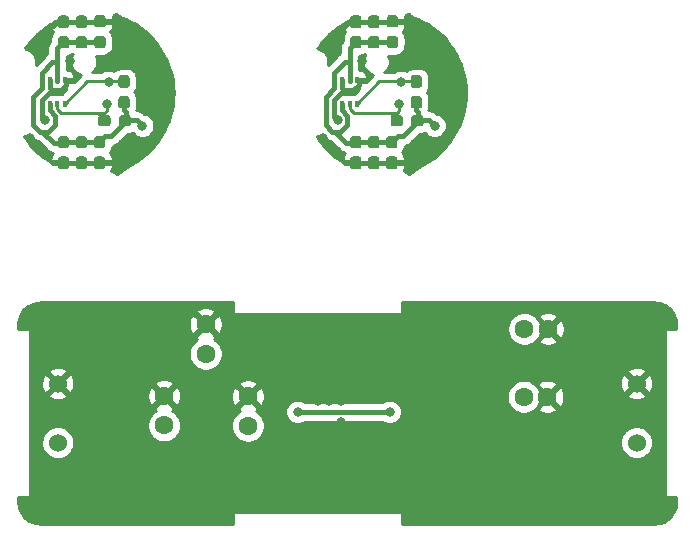
<source format=gbr>
%TF.GenerationSoftware,KiCad,Pcbnew,(5.1.0-1220-ga833aeeac)*%
%TF.CreationDate,2019-07-10T01:08:44+03:00*%
%TF.ProjectId,proto_II_panel,70726f74-6f5f-4494-995f-70616e656c2e,rev?*%
%TF.SameCoordinates,Original*%
%TF.FileFunction,Copper,L2,Bot*%
%TF.FilePolarity,Positive*%
%FSLAX46Y46*%
G04 Gerber Fmt 4.6, Leading zero omitted, Abs format (unit mm)*
G04 Created by KiCad (PCBNEW (5.1.0-1220-ga833aeeac)) date 2019-07-10 01:08:44*
%MOMM*%
%LPD*%
G04 APERTURE LIST*
%ADD10C,0.160000*%
%ADD11C,0.950000*%
%ADD12R,0.350000X0.500000*%
%ADD13C,1.524000*%
%ADD14C,1.600000*%
%ADD15C,0.800000*%
%ADD16C,0.400000*%
%ADD17C,0.250000*%
%ADD18C,0.254000*%
G04 APERTURE END LIST*
D10*
G36*
X81553387Y-58593078D02*
G01*
X81630438Y-58644561D01*
X81681921Y-58721612D01*
X81700000Y-58812499D01*
X81700000Y-59387499D01*
X81681921Y-59478386D01*
X81630438Y-59555437D01*
X81553387Y-59606920D01*
X81462500Y-59624999D01*
X80987500Y-59624999D01*
X80896613Y-59606920D01*
X80819562Y-59555437D01*
X80768079Y-59478386D01*
X80750000Y-59387499D01*
X80750000Y-58812499D01*
X80768079Y-58721612D01*
X80819562Y-58644561D01*
X80896613Y-58593078D01*
X80987500Y-58574999D01*
X81462500Y-58574999D01*
X81553387Y-58593078D01*
X81553387Y-58593078D01*
G37*
D11*
X81225000Y-59099999D03*
D10*
G36*
X81553387Y-56843078D02*
G01*
X81630438Y-56894561D01*
X81681921Y-56971612D01*
X81700000Y-57062499D01*
X81700000Y-57637499D01*
X81681921Y-57728386D01*
X81630438Y-57805437D01*
X81553387Y-57856920D01*
X81462500Y-57874999D01*
X80987500Y-57874999D01*
X80896613Y-57856920D01*
X80819562Y-57805437D01*
X80768079Y-57728386D01*
X80750000Y-57637499D01*
X80750000Y-57062499D01*
X80768079Y-56971612D01*
X80819562Y-56894561D01*
X80896613Y-56843078D01*
X80987500Y-56824999D01*
X81462500Y-56824999D01*
X81553387Y-56843078D01*
X81553387Y-56843078D01*
G37*
D11*
X81225000Y-57349999D03*
D10*
G36*
X84603387Y-67043079D02*
G01*
X84680438Y-67094562D01*
X84731921Y-67171613D01*
X84750000Y-67262500D01*
X84750000Y-67837500D01*
X84731921Y-67928387D01*
X84680438Y-68005438D01*
X84603387Y-68056921D01*
X84512500Y-68075000D01*
X84037500Y-68075000D01*
X83946613Y-68056921D01*
X83869562Y-68005438D01*
X83818079Y-67928387D01*
X83800000Y-67837500D01*
X83800000Y-67262500D01*
X83818079Y-67171613D01*
X83869562Y-67094562D01*
X83946613Y-67043079D01*
X84037500Y-67025000D01*
X84512500Y-67025000D01*
X84603387Y-67043079D01*
X84603387Y-67043079D01*
G37*
D11*
X84275000Y-67550000D03*
D10*
G36*
X84603387Y-68793079D02*
G01*
X84680438Y-68844562D01*
X84731921Y-68921613D01*
X84750000Y-69012500D01*
X84750000Y-69587500D01*
X84731921Y-69678387D01*
X84680438Y-69755438D01*
X84603387Y-69806921D01*
X84512500Y-69825000D01*
X84037500Y-69825000D01*
X83946613Y-69806921D01*
X83869562Y-69755438D01*
X83818079Y-69678387D01*
X83800000Y-69587500D01*
X83800000Y-69012500D01*
X83818079Y-68921613D01*
X83869562Y-68844562D01*
X83946613Y-68793079D01*
X84037500Y-68775000D01*
X84512500Y-68775000D01*
X84603387Y-68793079D01*
X84603387Y-68793079D01*
G37*
D11*
X84275000Y-69300000D03*
D10*
G36*
X86828387Y-65268079D02*
G01*
X86905438Y-65319562D01*
X86956921Y-65396613D01*
X86975000Y-65487500D01*
X86975000Y-65962500D01*
X86956921Y-66053387D01*
X86905438Y-66130438D01*
X86828387Y-66181921D01*
X86737500Y-66200000D01*
X86162500Y-66200000D01*
X86071613Y-66181921D01*
X85994562Y-66130438D01*
X85943079Y-66053387D01*
X85925000Y-65962500D01*
X85925000Y-65487500D01*
X85943079Y-65396613D01*
X85994562Y-65319562D01*
X86071613Y-65268079D01*
X86162500Y-65250000D01*
X86737500Y-65250000D01*
X86828387Y-65268079D01*
X86828387Y-65268079D01*
G37*
D11*
X86450000Y-65725000D03*
D10*
G36*
X85078387Y-65268079D02*
G01*
X85155438Y-65319562D01*
X85206921Y-65396613D01*
X85225000Y-65487500D01*
X85225000Y-65962500D01*
X85206921Y-66053387D01*
X85155438Y-66130438D01*
X85078387Y-66181921D01*
X84987500Y-66200000D01*
X84412500Y-66200000D01*
X84321613Y-66181921D01*
X84244562Y-66130438D01*
X84193079Y-66053387D01*
X84175000Y-65962500D01*
X84175000Y-65487500D01*
X84193079Y-65396613D01*
X84244562Y-65319562D01*
X84321613Y-65268079D01*
X84412500Y-65250000D01*
X84987500Y-65250000D01*
X85078387Y-65268079D01*
X85078387Y-65268079D01*
G37*
D11*
X84700000Y-65725000D03*
D10*
G36*
X86678387Y-63668080D02*
G01*
X86755438Y-63719563D01*
X86806921Y-63796614D01*
X86825000Y-63887501D01*
X86825000Y-64462501D01*
X86806921Y-64553388D01*
X86755438Y-64630439D01*
X86678387Y-64681922D01*
X86587500Y-64700001D01*
X86112500Y-64700001D01*
X86021613Y-64681922D01*
X85944562Y-64630439D01*
X85893079Y-64553388D01*
X85875000Y-64462501D01*
X85875000Y-63887501D01*
X85893079Y-63796614D01*
X85944562Y-63719563D01*
X86021613Y-63668080D01*
X86112500Y-63650001D01*
X86587500Y-63650001D01*
X86678387Y-63668080D01*
X86678387Y-63668080D01*
G37*
D11*
X86350000Y-64175001D03*
D10*
G36*
X86678387Y-61918080D02*
G01*
X86755438Y-61969563D01*
X86806921Y-62046614D01*
X86825000Y-62137501D01*
X86825000Y-62712501D01*
X86806921Y-62803388D01*
X86755438Y-62880439D01*
X86678387Y-62931922D01*
X86587500Y-62950001D01*
X86112500Y-62950001D01*
X86021613Y-62931922D01*
X85944562Y-62880439D01*
X85893079Y-62803388D01*
X85875000Y-62712501D01*
X85875000Y-62137501D01*
X85893079Y-62046614D01*
X85944562Y-61969563D01*
X86021613Y-61918080D01*
X86112500Y-61900001D01*
X86587500Y-61900001D01*
X86678387Y-61918080D01*
X86678387Y-61918080D01*
G37*
D11*
X86350000Y-62425001D03*
D10*
G36*
X83078387Y-67043079D02*
G01*
X83155438Y-67094562D01*
X83206921Y-67171613D01*
X83225000Y-67262500D01*
X83225000Y-67837500D01*
X83206921Y-67928387D01*
X83155438Y-68005438D01*
X83078387Y-68056921D01*
X82987500Y-68075000D01*
X82512500Y-68075000D01*
X82421613Y-68056921D01*
X82344562Y-68005438D01*
X82293079Y-67928387D01*
X82275000Y-67837500D01*
X82275000Y-67262500D01*
X82293079Y-67171613D01*
X82344562Y-67094562D01*
X82421613Y-67043079D01*
X82512500Y-67025000D01*
X82987500Y-67025000D01*
X83078387Y-67043079D01*
X83078387Y-67043079D01*
G37*
D11*
X82750000Y-67550000D03*
D10*
G36*
X83078387Y-68793079D02*
G01*
X83155438Y-68844562D01*
X83206921Y-68921613D01*
X83225000Y-69012500D01*
X83225000Y-69587500D01*
X83206921Y-69678387D01*
X83155438Y-69755438D01*
X83078387Y-69806921D01*
X82987500Y-69825000D01*
X82512500Y-69825000D01*
X82421613Y-69806921D01*
X82344562Y-69755438D01*
X82293079Y-69678387D01*
X82275000Y-69587500D01*
X82275000Y-69012500D01*
X82293079Y-68921613D01*
X82344562Y-68844562D01*
X82421613Y-68793079D01*
X82512500Y-68775000D01*
X82987500Y-68775000D01*
X83078387Y-68793079D01*
X83078387Y-68793079D01*
G37*
D11*
X82750000Y-69300000D03*
D12*
X81350000Y-64375000D03*
X80700000Y-64375000D03*
X80050000Y-64375000D03*
X79400000Y-64375000D03*
X79400000Y-62325000D03*
X80050000Y-62325000D03*
X80700000Y-62325000D03*
X81350000Y-62325000D03*
D10*
G36*
X81553387Y-67043079D02*
G01*
X81630438Y-67094562D01*
X81681921Y-67171613D01*
X81700000Y-67262500D01*
X81700000Y-67837500D01*
X81681921Y-67928387D01*
X81630438Y-68005438D01*
X81553387Y-68056921D01*
X81462500Y-68075000D01*
X80987500Y-68075000D01*
X80896613Y-68056921D01*
X80819562Y-68005438D01*
X80768079Y-67928387D01*
X80750000Y-67837500D01*
X80750000Y-67262500D01*
X80768079Y-67171613D01*
X80819562Y-67094562D01*
X80896613Y-67043079D01*
X80987500Y-67025000D01*
X81462500Y-67025000D01*
X81553387Y-67043079D01*
X81553387Y-67043079D01*
G37*
D11*
X81225000Y-67550000D03*
D10*
G36*
X81553387Y-68793079D02*
G01*
X81630438Y-68844562D01*
X81681921Y-68921613D01*
X81700000Y-69012500D01*
X81700000Y-69587500D01*
X81681921Y-69678387D01*
X81630438Y-69755438D01*
X81553387Y-69806921D01*
X81462500Y-69825000D01*
X80987500Y-69825000D01*
X80896613Y-69806921D01*
X80819562Y-69755438D01*
X80768079Y-69678387D01*
X80750000Y-69587500D01*
X80750000Y-69012500D01*
X80768079Y-68921613D01*
X80819562Y-68844562D01*
X80896613Y-68793079D01*
X80987500Y-68775000D01*
X81462500Y-68775000D01*
X81553387Y-68793079D01*
X81553387Y-68793079D01*
G37*
D11*
X81225000Y-69300000D03*
D10*
G36*
X83078387Y-58593078D02*
G01*
X83155438Y-58644561D01*
X83206921Y-58721612D01*
X83225000Y-58812499D01*
X83225000Y-59387499D01*
X83206921Y-59478386D01*
X83155438Y-59555437D01*
X83078387Y-59606920D01*
X82987500Y-59624999D01*
X82512500Y-59624999D01*
X82421613Y-59606920D01*
X82344562Y-59555437D01*
X82293079Y-59478386D01*
X82275000Y-59387499D01*
X82275000Y-58812499D01*
X82293079Y-58721612D01*
X82344562Y-58644561D01*
X82421613Y-58593078D01*
X82512500Y-58574999D01*
X82987500Y-58574999D01*
X83078387Y-58593078D01*
X83078387Y-58593078D01*
G37*
D11*
X82750000Y-59099999D03*
D10*
G36*
X83078387Y-56843078D02*
G01*
X83155438Y-56894561D01*
X83206921Y-56971612D01*
X83225000Y-57062499D01*
X83225000Y-57637499D01*
X83206921Y-57728386D01*
X83155438Y-57805437D01*
X83078387Y-57856920D01*
X82987500Y-57874999D01*
X82512500Y-57874999D01*
X82421613Y-57856920D01*
X82344562Y-57805437D01*
X82293079Y-57728386D01*
X82275000Y-57637499D01*
X82275000Y-57062499D01*
X82293079Y-56971612D01*
X82344562Y-56894561D01*
X82421613Y-56843078D01*
X82512500Y-56824999D01*
X82987500Y-56824999D01*
X83078387Y-56843078D01*
X83078387Y-56843078D01*
G37*
D11*
X82750000Y-57349999D03*
D10*
G36*
X84653387Y-58568079D02*
G01*
X84730438Y-58619562D01*
X84781921Y-58696613D01*
X84800000Y-58787500D01*
X84800000Y-59362500D01*
X84781921Y-59453387D01*
X84730438Y-59530438D01*
X84653387Y-59581921D01*
X84562500Y-59600000D01*
X84087500Y-59600000D01*
X83996613Y-59581921D01*
X83919562Y-59530438D01*
X83868079Y-59453387D01*
X83850000Y-59362500D01*
X83850000Y-58787500D01*
X83868079Y-58696613D01*
X83919562Y-58619562D01*
X83996613Y-58568079D01*
X84087500Y-58550000D01*
X84562500Y-58550000D01*
X84653387Y-58568079D01*
X84653387Y-58568079D01*
G37*
D11*
X84325000Y-59075000D03*
D10*
G36*
X84653387Y-56818079D02*
G01*
X84730438Y-56869562D01*
X84781921Y-56946613D01*
X84800000Y-57037500D01*
X84800000Y-57612500D01*
X84781921Y-57703387D01*
X84730438Y-57780438D01*
X84653387Y-57831921D01*
X84562500Y-57850000D01*
X84087500Y-57850000D01*
X83996613Y-57831921D01*
X83919562Y-57780438D01*
X83868079Y-57703387D01*
X83850000Y-57612500D01*
X83850000Y-57037500D01*
X83868079Y-56946613D01*
X83919562Y-56869562D01*
X83996613Y-56818079D01*
X84087500Y-56800000D01*
X84562500Y-56800000D01*
X84653387Y-56818079D01*
X84653387Y-56818079D01*
G37*
D11*
X84325000Y-57325000D03*
D10*
G36*
X59903387Y-56818079D02*
G01*
X59980438Y-56869562D01*
X60031921Y-56946613D01*
X60050000Y-57037500D01*
X60050000Y-57612500D01*
X60031921Y-57703387D01*
X59980438Y-57780438D01*
X59903387Y-57831921D01*
X59812500Y-57850000D01*
X59337500Y-57850000D01*
X59246613Y-57831921D01*
X59169562Y-57780438D01*
X59118079Y-57703387D01*
X59100000Y-57612500D01*
X59100000Y-57037500D01*
X59118079Y-56946613D01*
X59169562Y-56869562D01*
X59246613Y-56818079D01*
X59337500Y-56800000D01*
X59812500Y-56800000D01*
X59903387Y-56818079D01*
X59903387Y-56818079D01*
G37*
D11*
X59575000Y-57325000D03*
D10*
G36*
X59903387Y-58568079D02*
G01*
X59980438Y-58619562D01*
X60031921Y-58696613D01*
X60050000Y-58787500D01*
X60050000Y-59362500D01*
X60031921Y-59453387D01*
X59980438Y-59530438D01*
X59903387Y-59581921D01*
X59812500Y-59600000D01*
X59337500Y-59600000D01*
X59246613Y-59581921D01*
X59169562Y-59530438D01*
X59118079Y-59453387D01*
X59100000Y-59362500D01*
X59100000Y-58787500D01*
X59118079Y-58696613D01*
X59169562Y-58619562D01*
X59246613Y-58568079D01*
X59337500Y-58550000D01*
X59812500Y-58550000D01*
X59903387Y-58568079D01*
X59903387Y-58568079D01*
G37*
D11*
X59575000Y-59075000D03*
D10*
G36*
X58328387Y-56843078D02*
G01*
X58405438Y-56894561D01*
X58456921Y-56971612D01*
X58475000Y-57062499D01*
X58475000Y-57637499D01*
X58456921Y-57728386D01*
X58405438Y-57805437D01*
X58328387Y-57856920D01*
X58237500Y-57874999D01*
X57762500Y-57874999D01*
X57671613Y-57856920D01*
X57594562Y-57805437D01*
X57543079Y-57728386D01*
X57525000Y-57637499D01*
X57525000Y-57062499D01*
X57543079Y-56971612D01*
X57594562Y-56894561D01*
X57671613Y-56843078D01*
X57762500Y-56824999D01*
X58237500Y-56824999D01*
X58328387Y-56843078D01*
X58328387Y-56843078D01*
G37*
D11*
X58000000Y-57349999D03*
D10*
G36*
X58328387Y-58593078D02*
G01*
X58405438Y-58644561D01*
X58456921Y-58721612D01*
X58475000Y-58812499D01*
X58475000Y-59387499D01*
X58456921Y-59478386D01*
X58405438Y-59555437D01*
X58328387Y-59606920D01*
X58237500Y-59624999D01*
X57762500Y-59624999D01*
X57671613Y-59606920D01*
X57594562Y-59555437D01*
X57543079Y-59478386D01*
X57525000Y-59387499D01*
X57525000Y-58812499D01*
X57543079Y-58721612D01*
X57594562Y-58644561D01*
X57671613Y-58593078D01*
X57762500Y-58574999D01*
X58237500Y-58574999D01*
X58328387Y-58593078D01*
X58328387Y-58593078D01*
G37*
D11*
X58000000Y-59099999D03*
D10*
G36*
X56803387Y-68793079D02*
G01*
X56880438Y-68844562D01*
X56931921Y-68921613D01*
X56950000Y-69012500D01*
X56950000Y-69587500D01*
X56931921Y-69678387D01*
X56880438Y-69755438D01*
X56803387Y-69806921D01*
X56712500Y-69825000D01*
X56237500Y-69825000D01*
X56146613Y-69806921D01*
X56069562Y-69755438D01*
X56018079Y-69678387D01*
X56000000Y-69587500D01*
X56000000Y-69012500D01*
X56018079Y-68921613D01*
X56069562Y-68844562D01*
X56146613Y-68793079D01*
X56237500Y-68775000D01*
X56712500Y-68775000D01*
X56803387Y-68793079D01*
X56803387Y-68793079D01*
G37*
D11*
X56475000Y-69300000D03*
D10*
G36*
X56803387Y-67043079D02*
G01*
X56880438Y-67094562D01*
X56931921Y-67171613D01*
X56950000Y-67262500D01*
X56950000Y-67837500D01*
X56931921Y-67928387D01*
X56880438Y-68005438D01*
X56803387Y-68056921D01*
X56712500Y-68075000D01*
X56237500Y-68075000D01*
X56146613Y-68056921D01*
X56069562Y-68005438D01*
X56018079Y-67928387D01*
X56000000Y-67837500D01*
X56000000Y-67262500D01*
X56018079Y-67171613D01*
X56069562Y-67094562D01*
X56146613Y-67043079D01*
X56237500Y-67025000D01*
X56712500Y-67025000D01*
X56803387Y-67043079D01*
X56803387Y-67043079D01*
G37*
D11*
X56475000Y-67550000D03*
D12*
X56600000Y-62325000D03*
X55950000Y-62325000D03*
X55300000Y-62325000D03*
X54650000Y-62325000D03*
X54650000Y-64375000D03*
X55300000Y-64375000D03*
X55950000Y-64375000D03*
X56600000Y-64375000D03*
D10*
G36*
X58328387Y-68793079D02*
G01*
X58405438Y-68844562D01*
X58456921Y-68921613D01*
X58475000Y-69012500D01*
X58475000Y-69587500D01*
X58456921Y-69678387D01*
X58405438Y-69755438D01*
X58328387Y-69806921D01*
X58237500Y-69825000D01*
X57762500Y-69825000D01*
X57671613Y-69806921D01*
X57594562Y-69755438D01*
X57543079Y-69678387D01*
X57525000Y-69587500D01*
X57525000Y-69012500D01*
X57543079Y-68921613D01*
X57594562Y-68844562D01*
X57671613Y-68793079D01*
X57762500Y-68775000D01*
X58237500Y-68775000D01*
X58328387Y-68793079D01*
X58328387Y-68793079D01*
G37*
D11*
X58000000Y-69300000D03*
D10*
G36*
X58328387Y-67043079D02*
G01*
X58405438Y-67094562D01*
X58456921Y-67171613D01*
X58475000Y-67262500D01*
X58475000Y-67837500D01*
X58456921Y-67928387D01*
X58405438Y-68005438D01*
X58328387Y-68056921D01*
X58237500Y-68075000D01*
X57762500Y-68075000D01*
X57671613Y-68056921D01*
X57594562Y-68005438D01*
X57543079Y-67928387D01*
X57525000Y-67837500D01*
X57525000Y-67262500D01*
X57543079Y-67171613D01*
X57594562Y-67094562D01*
X57671613Y-67043079D01*
X57762500Y-67025000D01*
X58237500Y-67025000D01*
X58328387Y-67043079D01*
X58328387Y-67043079D01*
G37*
D11*
X58000000Y-67550000D03*
D10*
G36*
X61928387Y-61918080D02*
G01*
X62005438Y-61969563D01*
X62056921Y-62046614D01*
X62075000Y-62137501D01*
X62075000Y-62712501D01*
X62056921Y-62803388D01*
X62005438Y-62880439D01*
X61928387Y-62931922D01*
X61837500Y-62950001D01*
X61362500Y-62950001D01*
X61271613Y-62931922D01*
X61194562Y-62880439D01*
X61143079Y-62803388D01*
X61125000Y-62712501D01*
X61125000Y-62137501D01*
X61143079Y-62046614D01*
X61194562Y-61969563D01*
X61271613Y-61918080D01*
X61362500Y-61900001D01*
X61837500Y-61900001D01*
X61928387Y-61918080D01*
X61928387Y-61918080D01*
G37*
D11*
X61600000Y-62425001D03*
D10*
G36*
X61928387Y-63668080D02*
G01*
X62005438Y-63719563D01*
X62056921Y-63796614D01*
X62075000Y-63887501D01*
X62075000Y-64462501D01*
X62056921Y-64553388D01*
X62005438Y-64630439D01*
X61928387Y-64681922D01*
X61837500Y-64700001D01*
X61362500Y-64700001D01*
X61271613Y-64681922D01*
X61194562Y-64630439D01*
X61143079Y-64553388D01*
X61125000Y-64462501D01*
X61125000Y-63887501D01*
X61143079Y-63796614D01*
X61194562Y-63719563D01*
X61271613Y-63668080D01*
X61362500Y-63650001D01*
X61837500Y-63650001D01*
X61928387Y-63668080D01*
X61928387Y-63668080D01*
G37*
D11*
X61600000Y-64175001D03*
D10*
G36*
X60328387Y-65268079D02*
G01*
X60405438Y-65319562D01*
X60456921Y-65396613D01*
X60475000Y-65487500D01*
X60475000Y-65962500D01*
X60456921Y-66053387D01*
X60405438Y-66130438D01*
X60328387Y-66181921D01*
X60237500Y-66200000D01*
X59662500Y-66200000D01*
X59571613Y-66181921D01*
X59494562Y-66130438D01*
X59443079Y-66053387D01*
X59425000Y-65962500D01*
X59425000Y-65487500D01*
X59443079Y-65396613D01*
X59494562Y-65319562D01*
X59571613Y-65268079D01*
X59662500Y-65250000D01*
X60237500Y-65250000D01*
X60328387Y-65268079D01*
X60328387Y-65268079D01*
G37*
D11*
X59950000Y-65725000D03*
D10*
G36*
X62078387Y-65268079D02*
G01*
X62155438Y-65319562D01*
X62206921Y-65396613D01*
X62225000Y-65487500D01*
X62225000Y-65962500D01*
X62206921Y-66053387D01*
X62155438Y-66130438D01*
X62078387Y-66181921D01*
X61987500Y-66200000D01*
X61412500Y-66200000D01*
X61321613Y-66181921D01*
X61244562Y-66130438D01*
X61193079Y-66053387D01*
X61175000Y-65962500D01*
X61175000Y-65487500D01*
X61193079Y-65396613D01*
X61244562Y-65319562D01*
X61321613Y-65268079D01*
X61412500Y-65250000D01*
X61987500Y-65250000D01*
X62078387Y-65268079D01*
X62078387Y-65268079D01*
G37*
D11*
X61700000Y-65725000D03*
D10*
G36*
X59853387Y-68793079D02*
G01*
X59930438Y-68844562D01*
X59981921Y-68921613D01*
X60000000Y-69012500D01*
X60000000Y-69587500D01*
X59981921Y-69678387D01*
X59930438Y-69755438D01*
X59853387Y-69806921D01*
X59762500Y-69825000D01*
X59287500Y-69825000D01*
X59196613Y-69806921D01*
X59119562Y-69755438D01*
X59068079Y-69678387D01*
X59050000Y-69587500D01*
X59050000Y-69012500D01*
X59068079Y-68921613D01*
X59119562Y-68844562D01*
X59196613Y-68793079D01*
X59287500Y-68775000D01*
X59762500Y-68775000D01*
X59853387Y-68793079D01*
X59853387Y-68793079D01*
G37*
D11*
X59525000Y-69300000D03*
D10*
G36*
X59853387Y-67043079D02*
G01*
X59930438Y-67094562D01*
X59981921Y-67171613D01*
X60000000Y-67262500D01*
X60000000Y-67837500D01*
X59981921Y-67928387D01*
X59930438Y-68005438D01*
X59853387Y-68056921D01*
X59762500Y-68075000D01*
X59287500Y-68075000D01*
X59196613Y-68056921D01*
X59119562Y-68005438D01*
X59068079Y-67928387D01*
X59050000Y-67837500D01*
X59050000Y-67262500D01*
X59068079Y-67171613D01*
X59119562Y-67094562D01*
X59196613Y-67043079D01*
X59287500Y-67025000D01*
X59762500Y-67025000D01*
X59853387Y-67043079D01*
X59853387Y-67043079D01*
G37*
D11*
X59525000Y-67550000D03*
D10*
G36*
X56803387Y-56843078D02*
G01*
X56880438Y-56894561D01*
X56931921Y-56971612D01*
X56950000Y-57062499D01*
X56950000Y-57637499D01*
X56931921Y-57728386D01*
X56880438Y-57805437D01*
X56803387Y-57856920D01*
X56712500Y-57874999D01*
X56237500Y-57874999D01*
X56146613Y-57856920D01*
X56069562Y-57805437D01*
X56018079Y-57728386D01*
X56000000Y-57637499D01*
X56000000Y-57062499D01*
X56018079Y-56971612D01*
X56069562Y-56894561D01*
X56146613Y-56843078D01*
X56237500Y-56824999D01*
X56712500Y-56824999D01*
X56803387Y-56843078D01*
X56803387Y-56843078D01*
G37*
D11*
X56475000Y-57349999D03*
D10*
G36*
X56803387Y-58593078D02*
G01*
X56880438Y-58644561D01*
X56931921Y-58721612D01*
X56950000Y-58812499D01*
X56950000Y-59387499D01*
X56931921Y-59478386D01*
X56880438Y-59555437D01*
X56803387Y-59606920D01*
X56712500Y-59624999D01*
X56237500Y-59624999D01*
X56146613Y-59606920D01*
X56069562Y-59555437D01*
X56018079Y-59478386D01*
X56000000Y-59387499D01*
X56000000Y-58812499D01*
X56018079Y-58721612D01*
X56069562Y-58644561D01*
X56146613Y-58593078D01*
X56237500Y-58574999D01*
X56712500Y-58574999D01*
X56803387Y-58593078D01*
X56803387Y-58593078D01*
G37*
D11*
X56475000Y-59099999D03*
D13*
X56000000Y-93000000D03*
X56000000Y-88000000D03*
X105000000Y-88000000D03*
X105000000Y-93000000D03*
D14*
X72100000Y-89075000D03*
X72100000Y-91575000D03*
X65000000Y-89050000D03*
X65000000Y-91550000D03*
X68525000Y-82975000D03*
X68525000Y-85475000D03*
X97450000Y-89125000D03*
X95450000Y-89125000D03*
X97500000Y-83375000D03*
X95500000Y-83375000D03*
D15*
X78430000Y-67234000D03*
X87900000Y-66175000D03*
X79350000Y-59100000D03*
X79700000Y-65710000D03*
X81775000Y-60700000D03*
X79600000Y-68275000D03*
X79175000Y-60200000D03*
X84875000Y-64375000D03*
X85050000Y-62450000D03*
X89650000Y-61200000D03*
X87600000Y-58325000D03*
X79950000Y-58075000D03*
X55200000Y-58075000D03*
X62850000Y-58325000D03*
X64900000Y-61200000D03*
X60300000Y-62450000D03*
X60125000Y-64375000D03*
X54425000Y-60200000D03*
X54850000Y-68275000D03*
X57025000Y-60700000D03*
X54950000Y-65710000D03*
X54600000Y-59100000D03*
X63150000Y-66175000D03*
X53680000Y-67234000D03*
X76300000Y-90400000D03*
X84100000Y-90400000D03*
X79000000Y-96500000D03*
X80000000Y-96500000D03*
X81000000Y-96500000D03*
X79000000Y-97500000D03*
X80000000Y-97500000D03*
X81000000Y-97500000D03*
X79000000Y-98500000D03*
X80000000Y-98500000D03*
X81000000Y-98500000D03*
X78000000Y-89500000D03*
X79000000Y-89500000D03*
X80000000Y-89500000D03*
X54500000Y-83000000D03*
X57000000Y-83000000D03*
X59500000Y-83000000D03*
X62000000Y-83000000D03*
X64500000Y-83000000D03*
X72000000Y-83000000D03*
X74500000Y-83000000D03*
X77000000Y-83000000D03*
X79500000Y-83000000D03*
X82000000Y-83000000D03*
X84500000Y-83000000D03*
X79500000Y-85500000D03*
X94500000Y-98000000D03*
X99500000Y-98000000D03*
X97000000Y-98000000D03*
X104500000Y-98000000D03*
X102000000Y-98000000D03*
X54500000Y-98000000D03*
X57000000Y-98000000D03*
X59500000Y-98000000D03*
X62000000Y-98000000D03*
X84264290Y-93235710D03*
X87250000Y-93000000D03*
X89000000Y-93000000D03*
X85500000Y-93000000D03*
X64500000Y-98000000D03*
X78500000Y-85500000D03*
X75250000Y-86250000D03*
X75250000Y-87750000D03*
X80000000Y-95250000D03*
X80000000Y-94250000D03*
X80000000Y-93250000D03*
X80000000Y-92250000D03*
X80000000Y-91250000D03*
X77500000Y-85500000D03*
X88000000Y-84500000D03*
X90000000Y-84500000D03*
X92000000Y-84500000D03*
X66000000Y-99000000D03*
X92000000Y-98000000D03*
X103250000Y-99000000D03*
X100750000Y-99000000D03*
X98250000Y-99000000D03*
X95750000Y-99000000D03*
X93250000Y-99000000D03*
X93250000Y-96750000D03*
X95750000Y-96750000D03*
X98250000Y-96750000D03*
X100750000Y-96750000D03*
X103250000Y-96750000D03*
X55750000Y-99000000D03*
X58250000Y-99000000D03*
X60750000Y-99000000D03*
X63250000Y-99000000D03*
X55750000Y-81750000D03*
X58500000Y-81750000D03*
X60750000Y-81750000D03*
X63250000Y-81750000D03*
X66000000Y-81750000D03*
X86250000Y-84500000D03*
X83250000Y-84250000D03*
X80750000Y-84250000D03*
X78250000Y-84250000D03*
X75750000Y-84250000D03*
X71500000Y-98250000D03*
X68000000Y-99000000D03*
X69750000Y-99000000D03*
D16*
X81225000Y-59099999D02*
X84375001Y-59099999D01*
D17*
X81350000Y-64300000D02*
X83225000Y-62425000D01*
D16*
X87425000Y-65700000D02*
X86575000Y-65700000D01*
X86350000Y-64175001D02*
X86350000Y-64800001D01*
X81225000Y-67625000D02*
X81225000Y-67650000D01*
X80050000Y-62325000D02*
X80050000Y-62975000D01*
X80245000Y-63170000D02*
X81000002Y-63170000D01*
X85269812Y-67055188D02*
X86525000Y-65800000D01*
D17*
X84690686Y-65124999D02*
X84174999Y-65124999D01*
D16*
X84250001Y-57349999D02*
X84272000Y-57328000D01*
X79400000Y-64015000D02*
X80245000Y-63170000D01*
X80700000Y-60775000D02*
X80700000Y-62400000D01*
X79214496Y-66662500D02*
X79437500Y-66662500D01*
X80675001Y-57349999D02*
X79950000Y-58075000D01*
X81225000Y-57349999D02*
X84250001Y-57349999D01*
X81225000Y-69300000D02*
X84325000Y-69300000D01*
X80700000Y-59624999D02*
X80700000Y-60775000D01*
X80500002Y-65325998D02*
X80500002Y-66094002D01*
X84350000Y-69275000D02*
X84375000Y-69300000D01*
D17*
X84875000Y-64375000D02*
X84875000Y-64940685D01*
D16*
X80050000Y-64375000D02*
X80050000Y-64875996D01*
D17*
X81041479Y-65124999D02*
X84174999Y-65124999D01*
D16*
X80050000Y-64875996D02*
X80500002Y-65325998D01*
D17*
X84174999Y-65124999D02*
X84700000Y-65650000D01*
X83225000Y-62425000D02*
X86225000Y-62425000D01*
X84875000Y-64940685D02*
X84690686Y-65124999D01*
D16*
X80400000Y-67625000D02*
X81225000Y-67625000D01*
X84769812Y-67055188D02*
X85269812Y-67055188D01*
X86525000Y-64975001D02*
X86525000Y-65725000D01*
X84325000Y-69300000D02*
X84350000Y-69275000D01*
X86575000Y-65700000D02*
X86575000Y-65725000D01*
D17*
X81350000Y-64375000D02*
X81350000Y-64300000D01*
D16*
X84375000Y-69300000D02*
X84375000Y-69325000D01*
X79437500Y-66662500D02*
X80400000Y-67625000D01*
X84375001Y-59099999D02*
X84425000Y-59050000D01*
X81225000Y-59099999D02*
X80700000Y-59624999D01*
X86350000Y-64800001D02*
X86525000Y-64975001D01*
X81000002Y-63170000D02*
X81478000Y-62692002D01*
X81225000Y-57349999D02*
X80675001Y-57349999D01*
X81478000Y-62692002D02*
X81478000Y-62408000D01*
X79400000Y-61675000D02*
X80300000Y-60775000D01*
X80500002Y-66094002D02*
X79931504Y-66662500D01*
D17*
X80700000Y-64783520D02*
X81041479Y-65124999D01*
D16*
X80300000Y-60775000D02*
X80700000Y-60775000D01*
X79400000Y-62325000D02*
X79400000Y-61675000D01*
X79400000Y-62975000D02*
X78675001Y-63699999D01*
X80050000Y-62975000D02*
X80245000Y-63170000D01*
X79400000Y-62325000D02*
X79400000Y-62975000D01*
X81225000Y-67550000D02*
X84325000Y-67550000D01*
X79400000Y-65410000D02*
X79700000Y-65710000D01*
D17*
X80700000Y-64375000D02*
X80700000Y-64783520D01*
D16*
X87900000Y-66175000D02*
X87425000Y-65700000D01*
X79931504Y-66662500D02*
X79437500Y-66662500D01*
X79400000Y-64375000D02*
X79400000Y-65410000D01*
X84275000Y-67550000D02*
X84769812Y-67055188D01*
X78675001Y-66123005D02*
X79214496Y-66662500D01*
X78675001Y-63699999D02*
X78675001Y-66123005D01*
X79400000Y-64375000D02*
X79400000Y-64015000D01*
X54650000Y-64375000D02*
X54650000Y-64015000D01*
X53925001Y-63699999D02*
X53925001Y-66123005D01*
X53925001Y-66123005D02*
X54464496Y-66662500D01*
X59525000Y-67550000D02*
X60019812Y-67055188D01*
X54650000Y-64375000D02*
X54650000Y-65410000D01*
X55181504Y-66662500D02*
X54687500Y-66662500D01*
X63150000Y-66175000D02*
X62675000Y-65700000D01*
D17*
X55950000Y-64375000D02*
X55950000Y-64783520D01*
D16*
X54650000Y-65410000D02*
X54950000Y-65710000D01*
X56475000Y-67550000D02*
X59575000Y-67550000D01*
X54650000Y-62325000D02*
X54650000Y-62975000D01*
X55300000Y-62975000D02*
X55495000Y-63170000D01*
X54650000Y-62975000D02*
X53925001Y-63699999D01*
X54650000Y-62325000D02*
X54650000Y-61675000D01*
X55550000Y-60775000D02*
X55950000Y-60775000D01*
D17*
X55950000Y-64783520D02*
X56291479Y-65124999D01*
D16*
X55750002Y-66094002D02*
X55181504Y-66662500D01*
X54650000Y-61675000D02*
X55550000Y-60775000D01*
X56728000Y-62692002D02*
X56728000Y-62408000D01*
X56475000Y-57349999D02*
X55925001Y-57349999D01*
X56250002Y-63170000D02*
X56728000Y-62692002D01*
X61600000Y-64800001D02*
X61775000Y-64975001D01*
X56475000Y-59099999D02*
X55950000Y-59624999D01*
X59625001Y-59099999D02*
X59675000Y-59050000D01*
X54687500Y-66662500D02*
X55650000Y-67625000D01*
X59625000Y-69300000D02*
X59625000Y-69325000D01*
D17*
X56600000Y-64375000D02*
X56600000Y-64300000D01*
D16*
X61825000Y-65700000D02*
X61825000Y-65725000D01*
X59575000Y-69300000D02*
X59600000Y-69275000D01*
X61775000Y-64975001D02*
X61775000Y-65725000D01*
X60019812Y-67055188D02*
X60519812Y-67055188D01*
X55650000Y-67625000D02*
X56475000Y-67625000D01*
D17*
X60125000Y-64940685D02*
X59940686Y-65124999D01*
X58475000Y-62425000D02*
X61475000Y-62425000D01*
X59424999Y-65124999D02*
X59950000Y-65650000D01*
D16*
X55300000Y-64875996D02*
X55750002Y-65325998D01*
D17*
X56291479Y-65124999D02*
X59424999Y-65124999D01*
D16*
X55300000Y-64375000D02*
X55300000Y-64875996D01*
D17*
X60125000Y-64375000D02*
X60125000Y-64940685D01*
D16*
X59600000Y-69275000D02*
X59625000Y-69300000D01*
X55750002Y-65325998D02*
X55750002Y-66094002D01*
X55950000Y-59624999D02*
X55950000Y-60775000D01*
X56475000Y-69300000D02*
X59575000Y-69300000D01*
X56475000Y-57349999D02*
X59500001Y-57349999D01*
X55925001Y-57349999D02*
X55200000Y-58075000D01*
X54464496Y-66662500D02*
X54687500Y-66662500D01*
X55950000Y-60775000D02*
X55950000Y-62400000D01*
X54650000Y-64015000D02*
X55495000Y-63170000D01*
X59500001Y-57349999D02*
X59522000Y-57328000D01*
D17*
X59940686Y-65124999D02*
X59424999Y-65124999D01*
D16*
X60519812Y-67055188D02*
X61775000Y-65800000D01*
X55495000Y-63170000D02*
X56250002Y-63170000D01*
X55300000Y-62325000D02*
X55300000Y-62975000D01*
X56475000Y-67625000D02*
X56475000Y-67650000D01*
X61600000Y-64175001D02*
X61600000Y-64800001D01*
X62675000Y-65700000D02*
X61825000Y-65700000D01*
D17*
X56600000Y-64300000D02*
X58475000Y-62425000D01*
D16*
X56475000Y-59099999D02*
X59625001Y-59099999D01*
X76300000Y-90400000D02*
X84100000Y-90400000D01*
D18*
G36*
X70873000Y-82000000D02*
G01*
X70893161Y-82068661D01*
X70947242Y-82115523D01*
X71000000Y-82127000D01*
X85000000Y-82127000D01*
X85068661Y-82106839D01*
X85115523Y-82052758D01*
X85127000Y-82000000D01*
X85127000Y-81135000D01*
X106430548Y-81135000D01*
X106434140Y-81135793D01*
X106452790Y-81138480D01*
X106459045Y-81138911D01*
X106459800Y-81138960D01*
X106732935Y-81156144D01*
X106962185Y-81199876D01*
X107184166Y-81272002D01*
X107395349Y-81371378D01*
X107592403Y-81496433D01*
X107772241Y-81645207D01*
X107932006Y-81815339D01*
X108069191Y-82004159D01*
X108181633Y-82208690D01*
X108267548Y-82425691D01*
X108325590Y-82651748D01*
X108356107Y-82893317D01*
X108360092Y-83020109D01*
X108361939Y-83038064D01*
X108365000Y-83055513D01*
X108365000Y-83373000D01*
X107500000Y-83373000D01*
X107431339Y-83393161D01*
X107384477Y-83447242D01*
X107373000Y-83500000D01*
X107373000Y-97500000D01*
X107393161Y-97568661D01*
X107447242Y-97615523D01*
X107500000Y-97627000D01*
X108365000Y-97627000D01*
X108365000Y-97930548D01*
X108364207Y-97934140D01*
X108361520Y-97952790D01*
X108361089Y-97959045D01*
X108361040Y-97959800D01*
X108343856Y-98232935D01*
X108300124Y-98462186D01*
X108227999Y-98684164D01*
X108128625Y-98895344D01*
X108003567Y-99092403D01*
X107854797Y-99272236D01*
X107684660Y-99432006D01*
X107495841Y-99569191D01*
X107291312Y-99681632D01*
X107074309Y-99767549D01*
X106848252Y-99825590D01*
X106606683Y-99856107D01*
X106479891Y-99860092D01*
X106461936Y-99861939D01*
X106444487Y-99865000D01*
X85127000Y-99865000D01*
X85127000Y-99000000D01*
X85106839Y-98931339D01*
X85052758Y-98884477D01*
X85000000Y-98873000D01*
X71000000Y-98873000D01*
X70931339Y-98893161D01*
X70884477Y-98947242D01*
X70873000Y-99000000D01*
X70873000Y-99865000D01*
X54569452Y-99865000D01*
X54565860Y-99864207D01*
X54547210Y-99861520D01*
X54540955Y-99861089D01*
X54540200Y-99861040D01*
X54267065Y-99843856D01*
X54037814Y-99800124D01*
X53815836Y-99727999D01*
X53604656Y-99628625D01*
X53407597Y-99503567D01*
X53227764Y-99354797D01*
X53067994Y-99184660D01*
X52930809Y-98995841D01*
X52818368Y-98791312D01*
X52732451Y-98574309D01*
X52674410Y-98348252D01*
X52643893Y-98106683D01*
X52639908Y-97979891D01*
X52638061Y-97961936D01*
X52635000Y-97944487D01*
X52635000Y-97627000D01*
X53500000Y-97627000D01*
X53568661Y-97606839D01*
X53615523Y-97552758D01*
X53627000Y-97500000D01*
X53627000Y-92974595D01*
X54598555Y-92974595D01*
X54612790Y-93200852D01*
X54616205Y-93223171D01*
X54670281Y-93443331D01*
X54677595Y-93464694D01*
X54769804Y-93671798D01*
X54780785Y-93691527D01*
X54908212Y-93879030D01*
X54922513Y-93896502D01*
X55081129Y-94058476D01*
X55098298Y-94073140D01*
X55283091Y-94204465D01*
X55302586Y-94215857D01*
X55507714Y-94312383D01*
X55528918Y-94320143D01*
X55747898Y-94378818D01*
X55770140Y-94382700D01*
X55996049Y-94401671D01*
X56018629Y-94401552D01*
X56244327Y-94380217D01*
X56266528Y-94376103D01*
X56484880Y-94315138D01*
X56506001Y-94307156D01*
X56710107Y-94208487D01*
X56729481Y-94196892D01*
X56912889Y-94063639D01*
X56929904Y-94048796D01*
X57086816Y-93885170D01*
X57100934Y-93867549D01*
X57226390Y-93678722D01*
X57237164Y-93658879D01*
X57327199Y-93450820D01*
X57334289Y-93429383D01*
X57386057Y-93208669D01*
X57389368Y-93182992D01*
X57397041Y-92889972D01*
X57395078Y-92864158D01*
X57354932Y-92641037D01*
X57348974Y-92619258D01*
X57269951Y-92406772D01*
X57260230Y-92386393D01*
X57144829Y-92191259D01*
X57131653Y-92172922D01*
X56983519Y-92001308D01*
X56967305Y-91985595D01*
X56791123Y-91842926D01*
X56772382Y-91830333D01*
X56573720Y-91721117D01*
X56553045Y-91712041D01*
X56338182Y-91639732D01*
X56316227Y-91634461D01*
X56091955Y-91601343D01*
X56069413Y-91600044D01*
X55842821Y-91607165D01*
X55820405Y-91609877D01*
X55598654Y-91657012D01*
X55577073Y-91663651D01*
X55367175Y-91749309D01*
X55347111Y-91759665D01*
X55155698Y-91881139D01*
X55137785Y-91894885D01*
X54970909Y-92048336D01*
X54955713Y-92065036D01*
X54818648Y-92245612D01*
X54806649Y-92264739D01*
X54703727Y-92466734D01*
X54695305Y-92487684D01*
X54629781Y-92704712D01*
X54625203Y-92726822D01*
X54599146Y-92952024D01*
X54598555Y-92974595D01*
X53627000Y-92974595D01*
X53627000Y-91435565D01*
X63565000Y-91435565D01*
X63565000Y-91664435D01*
X63566929Y-91686488D01*
X63606672Y-91911881D01*
X63612402Y-91933265D01*
X63690681Y-92148333D01*
X63700037Y-92168396D01*
X63814472Y-92366604D01*
X63827170Y-92384738D01*
X63974285Y-92560062D01*
X63989938Y-92575715D01*
X64165262Y-92722830D01*
X64183396Y-92735528D01*
X64381604Y-92849963D01*
X64401667Y-92859319D01*
X64616735Y-92937598D01*
X64638119Y-92943328D01*
X64863512Y-92983071D01*
X64885565Y-92985000D01*
X65114435Y-92985000D01*
X65136488Y-92983071D01*
X65361881Y-92943328D01*
X65383265Y-92937598D01*
X65598333Y-92859319D01*
X65618396Y-92849963D01*
X65816604Y-92735528D01*
X65834738Y-92722830D01*
X66010062Y-92575715D01*
X66025715Y-92560062D01*
X66172830Y-92384738D01*
X66185528Y-92366604D01*
X66299963Y-92168396D01*
X66309319Y-92148333D01*
X66387598Y-91933265D01*
X66393328Y-91911881D01*
X66433071Y-91686488D01*
X66435000Y-91664435D01*
X66435000Y-91460565D01*
X70665000Y-91460565D01*
X70665000Y-91689435D01*
X70666929Y-91711488D01*
X70706672Y-91936881D01*
X70712402Y-91958265D01*
X70790681Y-92173333D01*
X70800037Y-92193396D01*
X70914472Y-92391604D01*
X70927170Y-92409738D01*
X71074285Y-92585062D01*
X71089938Y-92600715D01*
X71265262Y-92747830D01*
X71283396Y-92760528D01*
X71481604Y-92874963D01*
X71501667Y-92884319D01*
X71716735Y-92962598D01*
X71738119Y-92968328D01*
X71963512Y-93008071D01*
X71985565Y-93010000D01*
X72214435Y-93010000D01*
X72236488Y-93008071D01*
X72426339Y-92974595D01*
X103598555Y-92974595D01*
X103612790Y-93200852D01*
X103616205Y-93223171D01*
X103670281Y-93443331D01*
X103677595Y-93464694D01*
X103769804Y-93671798D01*
X103780785Y-93691527D01*
X103908212Y-93879030D01*
X103922513Y-93896502D01*
X104081129Y-94058476D01*
X104098298Y-94073140D01*
X104283091Y-94204465D01*
X104302586Y-94215857D01*
X104507714Y-94312383D01*
X104528918Y-94320143D01*
X104747898Y-94378818D01*
X104770140Y-94382700D01*
X104996049Y-94401671D01*
X105018629Y-94401552D01*
X105244327Y-94380217D01*
X105266528Y-94376103D01*
X105484880Y-94315138D01*
X105506001Y-94307156D01*
X105710107Y-94208487D01*
X105729481Y-94196892D01*
X105912889Y-94063639D01*
X105929904Y-94048796D01*
X106086816Y-93885170D01*
X106100934Y-93867549D01*
X106226390Y-93678722D01*
X106237164Y-93658879D01*
X106327199Y-93450820D01*
X106334289Y-93429383D01*
X106386057Y-93208669D01*
X106389368Y-93182992D01*
X106397041Y-92889972D01*
X106395078Y-92864158D01*
X106354932Y-92641037D01*
X106348974Y-92619258D01*
X106269951Y-92406772D01*
X106260230Y-92386393D01*
X106144829Y-92191259D01*
X106131653Y-92172922D01*
X105983519Y-92001308D01*
X105967305Y-91985595D01*
X105791123Y-91842926D01*
X105772382Y-91830333D01*
X105573720Y-91721117D01*
X105553045Y-91712041D01*
X105338182Y-91639732D01*
X105316227Y-91634461D01*
X105091955Y-91601343D01*
X105069413Y-91600044D01*
X104842821Y-91607165D01*
X104820405Y-91609877D01*
X104598654Y-91657012D01*
X104577073Y-91663651D01*
X104367175Y-91749309D01*
X104347111Y-91759665D01*
X104155698Y-91881139D01*
X104137785Y-91894885D01*
X103970909Y-92048336D01*
X103955713Y-92065036D01*
X103818648Y-92245612D01*
X103806649Y-92264739D01*
X103703727Y-92466734D01*
X103695305Y-92487684D01*
X103629781Y-92704712D01*
X103625203Y-92726822D01*
X103599146Y-92952024D01*
X103598555Y-92974595D01*
X72426339Y-92974595D01*
X72461881Y-92968328D01*
X72483265Y-92962598D01*
X72698333Y-92884319D01*
X72718396Y-92874963D01*
X72916604Y-92760528D01*
X72934738Y-92747830D01*
X73110062Y-92600715D01*
X73125715Y-92585062D01*
X73272830Y-92409738D01*
X73285528Y-92391604D01*
X73399963Y-92193396D01*
X73409319Y-92173333D01*
X73487598Y-91958265D01*
X73493328Y-91936881D01*
X73533071Y-91711488D01*
X73535000Y-91689435D01*
X73535000Y-91460565D01*
X73533071Y-91438512D01*
X73493328Y-91213119D01*
X73487598Y-91191735D01*
X73409319Y-90976667D01*
X73399963Y-90956604D01*
X73285528Y-90758396D01*
X73272830Y-90740262D01*
X73125715Y-90564938D01*
X73110062Y-90549285D01*
X72934738Y-90402170D01*
X72916604Y-90389472D01*
X72804935Y-90325000D01*
X72882080Y-90280460D01*
X75265000Y-90280460D01*
X75265000Y-90519540D01*
X75269327Y-90552410D01*
X75331206Y-90783345D01*
X75343894Y-90813975D01*
X75463434Y-91021025D01*
X75483616Y-91047328D01*
X75652672Y-91216384D01*
X75678975Y-91236566D01*
X75886025Y-91356106D01*
X75916655Y-91368794D01*
X76147590Y-91430673D01*
X76180460Y-91435000D01*
X76419540Y-91435000D01*
X76452410Y-91430673D01*
X76683345Y-91368794D01*
X76713975Y-91356106D01*
X76921025Y-91236566D01*
X76923066Y-91235000D01*
X83476934Y-91235000D01*
X83478975Y-91236566D01*
X83686025Y-91356106D01*
X83716655Y-91368794D01*
X83947590Y-91430673D01*
X83980460Y-91435000D01*
X84219540Y-91435000D01*
X84252410Y-91430673D01*
X84483345Y-91368794D01*
X84513975Y-91356106D01*
X84721025Y-91236566D01*
X84747328Y-91216384D01*
X84916384Y-91047328D01*
X84936566Y-91021025D01*
X85056106Y-90813975D01*
X85068794Y-90783345D01*
X85130673Y-90552410D01*
X85135000Y-90519540D01*
X85135000Y-90280460D01*
X85130673Y-90247590D01*
X85068794Y-90016655D01*
X85056106Y-89986025D01*
X84936566Y-89778975D01*
X84916384Y-89752672D01*
X84747328Y-89583616D01*
X84721025Y-89563434D01*
X84513975Y-89443894D01*
X84483345Y-89431206D01*
X84252410Y-89369327D01*
X84219540Y-89365000D01*
X83980460Y-89365000D01*
X83947590Y-89369327D01*
X83716655Y-89431206D01*
X83686025Y-89443894D01*
X83478975Y-89563434D01*
X83476934Y-89565000D01*
X76923066Y-89565000D01*
X76921025Y-89563434D01*
X76713975Y-89443894D01*
X76683345Y-89431206D01*
X76452410Y-89369327D01*
X76419540Y-89365000D01*
X76180460Y-89365000D01*
X76147590Y-89369327D01*
X75916655Y-89431206D01*
X75886025Y-89443894D01*
X75678975Y-89563434D01*
X75652672Y-89583616D01*
X75483616Y-89752672D01*
X75463434Y-89778975D01*
X75343894Y-89986025D01*
X75331206Y-90016655D01*
X75269327Y-90247590D01*
X75265000Y-90280460D01*
X72882080Y-90280460D01*
X72893292Y-90273987D01*
X72942674Y-90222197D01*
X72956217Y-90151930D01*
X72919595Y-90074199D01*
X72189803Y-89344407D01*
X72126996Y-89310112D01*
X72055618Y-89315217D01*
X72010197Y-89344407D01*
X71280405Y-90074199D01*
X71246110Y-90137006D01*
X71251215Y-90208384D01*
X71306708Y-90273987D01*
X71395065Y-90325000D01*
X71283396Y-90389472D01*
X71265262Y-90402170D01*
X71089938Y-90549285D01*
X71074285Y-90564938D01*
X70927170Y-90740262D01*
X70914472Y-90758396D01*
X70800037Y-90956604D01*
X70790681Y-90976667D01*
X70712402Y-91191735D01*
X70706672Y-91213119D01*
X70666929Y-91438512D01*
X70665000Y-91460565D01*
X66435000Y-91460565D01*
X66435000Y-91435565D01*
X66433071Y-91413512D01*
X66393328Y-91188119D01*
X66387598Y-91166735D01*
X66309319Y-90951667D01*
X66299963Y-90931604D01*
X66185528Y-90733396D01*
X66172830Y-90715262D01*
X66025715Y-90539938D01*
X66010062Y-90524285D01*
X65834738Y-90377170D01*
X65816604Y-90364472D01*
X65704935Y-90300000D01*
X65793292Y-90248987D01*
X65842674Y-90197197D01*
X65856217Y-90126930D01*
X65819595Y-90049199D01*
X65089803Y-89319407D01*
X65026996Y-89285112D01*
X64955618Y-89290217D01*
X64910197Y-89319407D01*
X64180405Y-90049199D01*
X64146110Y-90112006D01*
X64151215Y-90183384D01*
X64206708Y-90248987D01*
X64295065Y-90300000D01*
X64183396Y-90364472D01*
X64165262Y-90377170D01*
X63989938Y-90524285D01*
X63974285Y-90539938D01*
X63827170Y-90715262D01*
X63814472Y-90733396D01*
X63700037Y-90931604D01*
X63690681Y-90951667D01*
X63612402Y-91166735D01*
X63606672Y-91188119D01*
X63566929Y-91413512D01*
X63565000Y-91435565D01*
X53627000Y-91435565D01*
X53627000Y-89033072D01*
X55175044Y-89033072D01*
X55180149Y-89104450D01*
X55225573Y-89163589D01*
X55283091Y-89204465D01*
X55302586Y-89215857D01*
X55507714Y-89312383D01*
X55528918Y-89320143D01*
X55747898Y-89378818D01*
X55770140Y-89382700D01*
X55996049Y-89401671D01*
X56018629Y-89401552D01*
X56244327Y-89380217D01*
X56266528Y-89376103D01*
X56484880Y-89315138D01*
X56506001Y-89307156D01*
X56710107Y-89208487D01*
X56729481Y-89196893D01*
X56775877Y-89163185D01*
X56819575Y-89106517D01*
X56825700Y-89035219D01*
X56791032Y-88970636D01*
X56755961Y-88935565D01*
X63565000Y-88935565D01*
X63565000Y-89164435D01*
X63566929Y-89186488D01*
X63606672Y-89411881D01*
X63612402Y-89433265D01*
X63690681Y-89648333D01*
X63700037Y-89668396D01*
X63801013Y-89843292D01*
X63852803Y-89892674D01*
X63923070Y-89906217D01*
X64000801Y-89869595D01*
X64730593Y-89139803D01*
X64764888Y-89076996D01*
X64761027Y-89023004D01*
X65235112Y-89023004D01*
X65240217Y-89094382D01*
X65269407Y-89139803D01*
X65999199Y-89869595D01*
X66062006Y-89903890D01*
X66133384Y-89898785D01*
X66198987Y-89843292D01*
X66299963Y-89668396D01*
X66309319Y-89648333D01*
X66387598Y-89433265D01*
X66393328Y-89411881D01*
X66433071Y-89186488D01*
X66435000Y-89164435D01*
X66435000Y-88960565D01*
X70665000Y-88960565D01*
X70665000Y-89189435D01*
X70666929Y-89211488D01*
X70706672Y-89436881D01*
X70712402Y-89458265D01*
X70790681Y-89673333D01*
X70800037Y-89693396D01*
X70901013Y-89868292D01*
X70952803Y-89917674D01*
X71023070Y-89931217D01*
X71100801Y-89894595D01*
X71830593Y-89164803D01*
X71864888Y-89101996D01*
X71861027Y-89048004D01*
X72335112Y-89048004D01*
X72340217Y-89119382D01*
X72369407Y-89164803D01*
X73099199Y-89894595D01*
X73162006Y-89928890D01*
X73233384Y-89923785D01*
X73298987Y-89868292D01*
X73399963Y-89693396D01*
X73409319Y-89673333D01*
X73487598Y-89458265D01*
X73493328Y-89436881D01*
X73533071Y-89211488D01*
X73535000Y-89189435D01*
X73535000Y-89010565D01*
X94015000Y-89010565D01*
X94015000Y-89239435D01*
X94016929Y-89261488D01*
X94056672Y-89486881D01*
X94062402Y-89508265D01*
X94140681Y-89723333D01*
X94150037Y-89743396D01*
X94264472Y-89941604D01*
X94277170Y-89959738D01*
X94424285Y-90135062D01*
X94439938Y-90150715D01*
X94615262Y-90297830D01*
X94633396Y-90310528D01*
X94831604Y-90424963D01*
X94851667Y-90434319D01*
X95066735Y-90512598D01*
X95088119Y-90518328D01*
X95313512Y-90558071D01*
X95335565Y-90560000D01*
X95564435Y-90560000D01*
X95586488Y-90558071D01*
X95811881Y-90518328D01*
X95833265Y-90512598D01*
X96048333Y-90434319D01*
X96068396Y-90424963D01*
X96266604Y-90310528D01*
X96284738Y-90297830D01*
X96416812Y-90187006D01*
X96596110Y-90187006D01*
X96601215Y-90258384D01*
X96656708Y-90323987D01*
X96831604Y-90424963D01*
X96851667Y-90434319D01*
X97066735Y-90512598D01*
X97088119Y-90518328D01*
X97313512Y-90558071D01*
X97335565Y-90560000D01*
X97564435Y-90560000D01*
X97586488Y-90558071D01*
X97811881Y-90518328D01*
X97833265Y-90512598D01*
X98048333Y-90434319D01*
X98068396Y-90424963D01*
X98243292Y-90323987D01*
X98292674Y-90272197D01*
X98306217Y-90201930D01*
X98269595Y-90124199D01*
X97539803Y-89394407D01*
X97476996Y-89360112D01*
X97405618Y-89365217D01*
X97360197Y-89394407D01*
X96630405Y-90124199D01*
X96596110Y-90187006D01*
X96416812Y-90187006D01*
X96460062Y-90150715D01*
X96475715Y-90135062D01*
X96622830Y-89959738D01*
X96635528Y-89941604D01*
X96749963Y-89743396D01*
X96759319Y-89723333D01*
X96809252Y-89586144D01*
X97180593Y-89214803D01*
X97214888Y-89151996D01*
X97211027Y-89098004D01*
X97685112Y-89098004D01*
X97690217Y-89169382D01*
X97719407Y-89214803D01*
X98449199Y-89944595D01*
X98512006Y-89978890D01*
X98583384Y-89973785D01*
X98648987Y-89918292D01*
X98749963Y-89743396D01*
X98759319Y-89723333D01*
X98837598Y-89508265D01*
X98843328Y-89486881D01*
X98883071Y-89261488D01*
X98885000Y-89239435D01*
X98885000Y-89033072D01*
X104175044Y-89033072D01*
X104180149Y-89104450D01*
X104225573Y-89163589D01*
X104283091Y-89204465D01*
X104302586Y-89215857D01*
X104507714Y-89312383D01*
X104528918Y-89320143D01*
X104747898Y-89378818D01*
X104770140Y-89382700D01*
X104996049Y-89401671D01*
X105018629Y-89401552D01*
X105244327Y-89380217D01*
X105266528Y-89376103D01*
X105484880Y-89315138D01*
X105506001Y-89307156D01*
X105710107Y-89208487D01*
X105729481Y-89196893D01*
X105775877Y-89163185D01*
X105819575Y-89106517D01*
X105825700Y-89035219D01*
X105791032Y-88970636D01*
X105089803Y-88269407D01*
X105026996Y-88235112D01*
X104955618Y-88240217D01*
X104910197Y-88269407D01*
X104209339Y-88970265D01*
X104175044Y-89033072D01*
X98885000Y-89033072D01*
X98885000Y-89010565D01*
X98883071Y-88988512D01*
X98843328Y-88763119D01*
X98837598Y-88741735D01*
X98759319Y-88526667D01*
X98749963Y-88506604D01*
X98648987Y-88331708D01*
X98597197Y-88282326D01*
X98526930Y-88268783D01*
X98449199Y-88305405D01*
X97719407Y-89035197D01*
X97685112Y-89098004D01*
X97211027Y-89098004D01*
X97209783Y-89080618D01*
X97180593Y-89035197D01*
X96809252Y-88663856D01*
X96759319Y-88526667D01*
X96749963Y-88506604D01*
X96635528Y-88308396D01*
X96622830Y-88290262D01*
X96475715Y-88114938D01*
X96460062Y-88099285D01*
X96399027Y-88048070D01*
X96593783Y-88048070D01*
X96630405Y-88125801D01*
X97360197Y-88855593D01*
X97423004Y-88889888D01*
X97494382Y-88884783D01*
X97539803Y-88855593D01*
X98269595Y-88125801D01*
X98303890Y-88062994D01*
X98298785Y-87991616D01*
X98284388Y-87974595D01*
X103598555Y-87974595D01*
X103612790Y-88200852D01*
X103616205Y-88223171D01*
X103670281Y-88443331D01*
X103677595Y-88464694D01*
X103769804Y-88671798D01*
X103780784Y-88691526D01*
X103835336Y-88771798D01*
X103890604Y-88817255D01*
X103961674Y-88825615D01*
X104030179Y-88790217D01*
X104730593Y-88089803D01*
X104764888Y-88026996D01*
X104761027Y-87973004D01*
X105235112Y-87973004D01*
X105240217Y-88044382D01*
X105269407Y-88089803D01*
X105969748Y-88790144D01*
X106032555Y-88824439D01*
X106103933Y-88819334D01*
X106165332Y-88770622D01*
X106226390Y-88678722D01*
X106237164Y-88658879D01*
X106327199Y-88450820D01*
X106334289Y-88429383D01*
X106386057Y-88208669D01*
X106389368Y-88182992D01*
X106397041Y-87889972D01*
X106395078Y-87864158D01*
X106354932Y-87641037D01*
X106348974Y-87619258D01*
X106269951Y-87406772D01*
X106260230Y-87386393D01*
X106170020Y-87233856D01*
X106117716Y-87185019D01*
X106047311Y-87172212D01*
X105970903Y-87208701D01*
X105269407Y-87910197D01*
X105235112Y-87973004D01*
X104761027Y-87973004D01*
X104759783Y-87955618D01*
X104730593Y-87910197D01*
X104028328Y-87207932D01*
X103965521Y-87173637D01*
X103894143Y-87178742D01*
X103837364Y-87220953D01*
X103818646Y-87245614D01*
X103806649Y-87264739D01*
X103703727Y-87466734D01*
X103695305Y-87487684D01*
X103629781Y-87704712D01*
X103625203Y-87726822D01*
X103599146Y-87952024D01*
X103598555Y-87974595D01*
X98284388Y-87974595D01*
X98243292Y-87926013D01*
X98068396Y-87825037D01*
X98048333Y-87815681D01*
X97833265Y-87737402D01*
X97811881Y-87731672D01*
X97586488Y-87691929D01*
X97564435Y-87690000D01*
X97335565Y-87690000D01*
X97313512Y-87691929D01*
X97088119Y-87731672D01*
X97066735Y-87737402D01*
X96851667Y-87815681D01*
X96831604Y-87825037D01*
X96656708Y-87926013D01*
X96607326Y-87977803D01*
X96593783Y-88048070D01*
X96399027Y-88048070D01*
X96284738Y-87952170D01*
X96266604Y-87939472D01*
X96068396Y-87825037D01*
X96048333Y-87815681D01*
X95833265Y-87737402D01*
X95811881Y-87731672D01*
X95586488Y-87691929D01*
X95564435Y-87690000D01*
X95335565Y-87690000D01*
X95313512Y-87691929D01*
X95088119Y-87731672D01*
X95066735Y-87737402D01*
X94851667Y-87815681D01*
X94831604Y-87825037D01*
X94633396Y-87939472D01*
X94615262Y-87952170D01*
X94439938Y-88099285D01*
X94424285Y-88114938D01*
X94277170Y-88290262D01*
X94264472Y-88308396D01*
X94150037Y-88506604D01*
X94140681Y-88526667D01*
X94062402Y-88741735D01*
X94056672Y-88763119D01*
X94016929Y-88988512D01*
X94015000Y-89010565D01*
X73535000Y-89010565D01*
X73535000Y-88960565D01*
X73533071Y-88938512D01*
X73493328Y-88713119D01*
X73487598Y-88691735D01*
X73409319Y-88476667D01*
X73399963Y-88456604D01*
X73298987Y-88281708D01*
X73247197Y-88232326D01*
X73176930Y-88218783D01*
X73099199Y-88255405D01*
X72369407Y-88985197D01*
X72335112Y-89048004D01*
X71861027Y-89048004D01*
X71859783Y-89030618D01*
X71830593Y-88985197D01*
X71100801Y-88255405D01*
X71037994Y-88221110D01*
X70966616Y-88226215D01*
X70901013Y-88281708D01*
X70800037Y-88456604D01*
X70790681Y-88476667D01*
X70712402Y-88691735D01*
X70706672Y-88713119D01*
X70666929Y-88938512D01*
X70665000Y-88960565D01*
X66435000Y-88960565D01*
X66435000Y-88935565D01*
X66433071Y-88913512D01*
X66393328Y-88688119D01*
X66387598Y-88666735D01*
X66309319Y-88451667D01*
X66299963Y-88431604D01*
X66198987Y-88256708D01*
X66147197Y-88207326D01*
X66076930Y-88193783D01*
X65999199Y-88230405D01*
X65269407Y-88960197D01*
X65235112Y-89023004D01*
X64761027Y-89023004D01*
X64759783Y-89005618D01*
X64730593Y-88960197D01*
X64000801Y-88230405D01*
X63937994Y-88196110D01*
X63866616Y-88201215D01*
X63801013Y-88256708D01*
X63700037Y-88431604D01*
X63690681Y-88451667D01*
X63612402Y-88666735D01*
X63606672Y-88688119D01*
X63566929Y-88913512D01*
X63565000Y-88935565D01*
X56755961Y-88935565D01*
X56089803Y-88269407D01*
X56026996Y-88235112D01*
X55955618Y-88240217D01*
X55910197Y-88269407D01*
X55209339Y-88970265D01*
X55175044Y-89033072D01*
X53627000Y-89033072D01*
X53627000Y-87974595D01*
X54598555Y-87974595D01*
X54612790Y-88200852D01*
X54616205Y-88223171D01*
X54670281Y-88443331D01*
X54677595Y-88464694D01*
X54769804Y-88671798D01*
X54780784Y-88691526D01*
X54835336Y-88771798D01*
X54890604Y-88817255D01*
X54961674Y-88825615D01*
X55030179Y-88790217D01*
X55730593Y-88089803D01*
X55764888Y-88026996D01*
X55761027Y-87973004D01*
X56235112Y-87973004D01*
X56240217Y-88044382D01*
X56269407Y-88089803D01*
X56969748Y-88790144D01*
X57032555Y-88824439D01*
X57103933Y-88819334D01*
X57165332Y-88770622D01*
X57226390Y-88678722D01*
X57237164Y-88658879D01*
X57327199Y-88450820D01*
X57334289Y-88429383D01*
X57386057Y-88208669D01*
X57389368Y-88182992D01*
X57394865Y-87973070D01*
X64143783Y-87973070D01*
X64180405Y-88050801D01*
X64910197Y-88780593D01*
X64973004Y-88814888D01*
X65044382Y-88809783D01*
X65089803Y-88780593D01*
X65819595Y-88050801D01*
X65848388Y-87998070D01*
X71243783Y-87998070D01*
X71280405Y-88075801D01*
X72010197Y-88805593D01*
X72073004Y-88839888D01*
X72144382Y-88834783D01*
X72189803Y-88805593D01*
X72919595Y-88075801D01*
X72953890Y-88012994D01*
X72948785Y-87941616D01*
X72893292Y-87876013D01*
X72718396Y-87775037D01*
X72698333Y-87765681D01*
X72483265Y-87687402D01*
X72461881Y-87681672D01*
X72236488Y-87641929D01*
X72214435Y-87640000D01*
X71985565Y-87640000D01*
X71963512Y-87641929D01*
X71738119Y-87681672D01*
X71716735Y-87687402D01*
X71501667Y-87765681D01*
X71481604Y-87775037D01*
X71306708Y-87876013D01*
X71257326Y-87927803D01*
X71243783Y-87998070D01*
X65848388Y-87998070D01*
X65853890Y-87987994D01*
X65848785Y-87916616D01*
X65793292Y-87851013D01*
X65618396Y-87750037D01*
X65598333Y-87740681D01*
X65383265Y-87662402D01*
X65361881Y-87656672D01*
X65136488Y-87616929D01*
X65114435Y-87615000D01*
X64885565Y-87615000D01*
X64863512Y-87616929D01*
X64638119Y-87656672D01*
X64616735Y-87662402D01*
X64401667Y-87740681D01*
X64381604Y-87750037D01*
X64206708Y-87851013D01*
X64157326Y-87902803D01*
X64143783Y-87973070D01*
X57394865Y-87973070D01*
X57397041Y-87889972D01*
X57395078Y-87864158D01*
X57354932Y-87641037D01*
X57348974Y-87619258D01*
X57269951Y-87406772D01*
X57260230Y-87386393D01*
X57170020Y-87233856D01*
X57117716Y-87185019D01*
X57047311Y-87172212D01*
X56970903Y-87208701D01*
X56269407Y-87910197D01*
X56235112Y-87973004D01*
X55761027Y-87973004D01*
X55759783Y-87955618D01*
X55730593Y-87910197D01*
X55028328Y-87207932D01*
X54965521Y-87173637D01*
X54894143Y-87178742D01*
X54837364Y-87220953D01*
X54818646Y-87245614D01*
X54806649Y-87264739D01*
X54703727Y-87466734D01*
X54695305Y-87487684D01*
X54629781Y-87704712D01*
X54625203Y-87726822D01*
X54599146Y-87952024D01*
X54598555Y-87974595D01*
X53627000Y-87974595D01*
X53627000Y-86957648D01*
X55173694Y-86957648D01*
X55209700Y-87030096D01*
X55910197Y-87730593D01*
X55973004Y-87764888D01*
X56044382Y-87759783D01*
X56089803Y-87730593D01*
X56793238Y-87027158D01*
X56827533Y-86964351D01*
X56827054Y-86957648D01*
X104173694Y-86957648D01*
X104209700Y-87030096D01*
X104910197Y-87730593D01*
X104973004Y-87764888D01*
X105044382Y-87759783D01*
X105089803Y-87730593D01*
X105793238Y-87027158D01*
X105827533Y-86964351D01*
X105822428Y-86892973D01*
X105764618Y-86826064D01*
X105573720Y-86721117D01*
X105553045Y-86712041D01*
X105338182Y-86639732D01*
X105316227Y-86634461D01*
X105091955Y-86601343D01*
X105069413Y-86600044D01*
X104842821Y-86607165D01*
X104820405Y-86609877D01*
X104598654Y-86657012D01*
X104577073Y-86663651D01*
X104367175Y-86749309D01*
X104347112Y-86759665D01*
X104231454Y-86833063D01*
X104184283Y-86886876D01*
X104173694Y-86957648D01*
X56827054Y-86957648D01*
X56822428Y-86892973D01*
X56764618Y-86826064D01*
X56573720Y-86721117D01*
X56553045Y-86712041D01*
X56338182Y-86639732D01*
X56316227Y-86634461D01*
X56091955Y-86601343D01*
X56069413Y-86600044D01*
X55842821Y-86607165D01*
X55820405Y-86609877D01*
X55598654Y-86657012D01*
X55577073Y-86663651D01*
X55367175Y-86749309D01*
X55347112Y-86759665D01*
X55231454Y-86833063D01*
X55184283Y-86886876D01*
X55173694Y-86957648D01*
X53627000Y-86957648D01*
X53627000Y-85360565D01*
X67090000Y-85360565D01*
X67090000Y-85589435D01*
X67091929Y-85611488D01*
X67131672Y-85836881D01*
X67137402Y-85858265D01*
X67215681Y-86073333D01*
X67225037Y-86093396D01*
X67339472Y-86291604D01*
X67352170Y-86309738D01*
X67499285Y-86485062D01*
X67514938Y-86500715D01*
X67690262Y-86647830D01*
X67708396Y-86660528D01*
X67906604Y-86774963D01*
X67926667Y-86784319D01*
X68141735Y-86862598D01*
X68163119Y-86868328D01*
X68388512Y-86908071D01*
X68410565Y-86910000D01*
X68639435Y-86910000D01*
X68661488Y-86908071D01*
X68886881Y-86868328D01*
X68908265Y-86862598D01*
X69123333Y-86784319D01*
X69143396Y-86774963D01*
X69341604Y-86660528D01*
X69359738Y-86647830D01*
X69535062Y-86500715D01*
X69550715Y-86485062D01*
X69697830Y-86309738D01*
X69710528Y-86291604D01*
X69824963Y-86093396D01*
X69834319Y-86073333D01*
X69912598Y-85858265D01*
X69918328Y-85836881D01*
X69958071Y-85611488D01*
X69960000Y-85589435D01*
X69960000Y-85360565D01*
X69958071Y-85338512D01*
X69918328Y-85113119D01*
X69912598Y-85091735D01*
X69834319Y-84876667D01*
X69824963Y-84856604D01*
X69710528Y-84658396D01*
X69697830Y-84640262D01*
X69550715Y-84464938D01*
X69535062Y-84449285D01*
X69359738Y-84302170D01*
X69341604Y-84289472D01*
X69229935Y-84225000D01*
X69318292Y-84173987D01*
X69367674Y-84122197D01*
X69381217Y-84051930D01*
X69344595Y-83974199D01*
X68614803Y-83244407D01*
X68551996Y-83210112D01*
X68480618Y-83215217D01*
X68435197Y-83244407D01*
X67705405Y-83974199D01*
X67671110Y-84037006D01*
X67676215Y-84108384D01*
X67731708Y-84173987D01*
X67820065Y-84225000D01*
X67708396Y-84289472D01*
X67690262Y-84302170D01*
X67514938Y-84449285D01*
X67499285Y-84464938D01*
X67352170Y-84640262D01*
X67339472Y-84658396D01*
X67225037Y-84856604D01*
X67215681Y-84876667D01*
X67137402Y-85091735D01*
X67131672Y-85113119D01*
X67091929Y-85338512D01*
X67090000Y-85360565D01*
X53627000Y-85360565D01*
X53627000Y-83500000D01*
X53606839Y-83431339D01*
X53552758Y-83384477D01*
X53500000Y-83373000D01*
X52635000Y-83373000D01*
X52635000Y-83069452D01*
X52635793Y-83065860D01*
X52638480Y-83047210D01*
X52638911Y-83040955D01*
X52638960Y-83040200D01*
X52650261Y-82860565D01*
X67090000Y-82860565D01*
X67090000Y-83089435D01*
X67091929Y-83111488D01*
X67131672Y-83336881D01*
X67137402Y-83358265D01*
X67215681Y-83573333D01*
X67225037Y-83593396D01*
X67326013Y-83768292D01*
X67377803Y-83817674D01*
X67448070Y-83831217D01*
X67525801Y-83794595D01*
X68255593Y-83064803D01*
X68289888Y-83001996D01*
X68286027Y-82948004D01*
X68760112Y-82948004D01*
X68765217Y-83019382D01*
X68794407Y-83064803D01*
X69524199Y-83794595D01*
X69587006Y-83828890D01*
X69658384Y-83823785D01*
X69723987Y-83768292D01*
X69824963Y-83593396D01*
X69834319Y-83573333D01*
X69912598Y-83358265D01*
X69918328Y-83336881D01*
X69931784Y-83260565D01*
X94065000Y-83260565D01*
X94065000Y-83489435D01*
X94066929Y-83511488D01*
X94106672Y-83736881D01*
X94112402Y-83758265D01*
X94190681Y-83973333D01*
X94200037Y-83993396D01*
X94314472Y-84191604D01*
X94327170Y-84209738D01*
X94474285Y-84385062D01*
X94489938Y-84400715D01*
X94665262Y-84547830D01*
X94683396Y-84560528D01*
X94881604Y-84674963D01*
X94901667Y-84684319D01*
X95116735Y-84762598D01*
X95138119Y-84768328D01*
X95363512Y-84808071D01*
X95385565Y-84810000D01*
X95614435Y-84810000D01*
X95636488Y-84808071D01*
X95861881Y-84768328D01*
X95883265Y-84762598D01*
X96098333Y-84684319D01*
X96118396Y-84674963D01*
X96316604Y-84560528D01*
X96334738Y-84547830D01*
X96466812Y-84437006D01*
X96646110Y-84437006D01*
X96651215Y-84508384D01*
X96706708Y-84573987D01*
X96881604Y-84674963D01*
X96901667Y-84684319D01*
X97116735Y-84762598D01*
X97138119Y-84768328D01*
X97363512Y-84808071D01*
X97385565Y-84810000D01*
X97614435Y-84810000D01*
X97636488Y-84808071D01*
X97861881Y-84768328D01*
X97883265Y-84762598D01*
X98098333Y-84684319D01*
X98118396Y-84674963D01*
X98293292Y-84573987D01*
X98342674Y-84522197D01*
X98356217Y-84451930D01*
X98319595Y-84374199D01*
X97589803Y-83644407D01*
X97526996Y-83610112D01*
X97455618Y-83615217D01*
X97410197Y-83644407D01*
X96680405Y-84374199D01*
X96646110Y-84437006D01*
X96466812Y-84437006D01*
X96510062Y-84400715D01*
X96525715Y-84385062D01*
X96672830Y-84209738D01*
X96685528Y-84191604D01*
X96799963Y-83993396D01*
X96809319Y-83973333D01*
X96859252Y-83836144D01*
X97230593Y-83464803D01*
X97264888Y-83401996D01*
X97261027Y-83348004D01*
X97735112Y-83348004D01*
X97740217Y-83419382D01*
X97769407Y-83464803D01*
X98499199Y-84194595D01*
X98562006Y-84228890D01*
X98633384Y-84223785D01*
X98698987Y-84168292D01*
X98799963Y-83993396D01*
X98809319Y-83973333D01*
X98887598Y-83758265D01*
X98893328Y-83736881D01*
X98933071Y-83511488D01*
X98935000Y-83489435D01*
X98935000Y-83260565D01*
X98933071Y-83238512D01*
X98893328Y-83013119D01*
X98887598Y-82991735D01*
X98809319Y-82776667D01*
X98799963Y-82756604D01*
X98698987Y-82581708D01*
X98647197Y-82532326D01*
X98576930Y-82518783D01*
X98499199Y-82555405D01*
X97769407Y-83285197D01*
X97735112Y-83348004D01*
X97261027Y-83348004D01*
X97259783Y-83330618D01*
X97230593Y-83285197D01*
X96859252Y-82913856D01*
X96809319Y-82776667D01*
X96799963Y-82756604D01*
X96685528Y-82558396D01*
X96672830Y-82540262D01*
X96525715Y-82364938D01*
X96510062Y-82349285D01*
X96449027Y-82298070D01*
X96643783Y-82298070D01*
X96680405Y-82375801D01*
X97410197Y-83105593D01*
X97473004Y-83139888D01*
X97544382Y-83134783D01*
X97589803Y-83105593D01*
X98319595Y-82375801D01*
X98353890Y-82312994D01*
X98348785Y-82241616D01*
X98293292Y-82176013D01*
X98118396Y-82075037D01*
X98098333Y-82065681D01*
X97883265Y-81987402D01*
X97861881Y-81981672D01*
X97636488Y-81941929D01*
X97614435Y-81940000D01*
X97385565Y-81940000D01*
X97363512Y-81941929D01*
X97138119Y-81981672D01*
X97116735Y-81987402D01*
X96901667Y-82065681D01*
X96881604Y-82075037D01*
X96706708Y-82176013D01*
X96657326Y-82227803D01*
X96643783Y-82298070D01*
X96449027Y-82298070D01*
X96334738Y-82202170D01*
X96316604Y-82189472D01*
X96118396Y-82075037D01*
X96098333Y-82065681D01*
X95883265Y-81987402D01*
X95861881Y-81981672D01*
X95636488Y-81941929D01*
X95614435Y-81940000D01*
X95385565Y-81940000D01*
X95363512Y-81941929D01*
X95138119Y-81981672D01*
X95116735Y-81987402D01*
X94901667Y-82065681D01*
X94881604Y-82075037D01*
X94683396Y-82189472D01*
X94665262Y-82202170D01*
X94489938Y-82349285D01*
X94474285Y-82364938D01*
X94327170Y-82540262D01*
X94314472Y-82558396D01*
X94200037Y-82756604D01*
X94190681Y-82776667D01*
X94112402Y-82991735D01*
X94106672Y-83013119D01*
X94066929Y-83238512D01*
X94065000Y-83260565D01*
X69931784Y-83260565D01*
X69958071Y-83111488D01*
X69960000Y-83089435D01*
X69960000Y-82860565D01*
X69958071Y-82838512D01*
X69918328Y-82613119D01*
X69912598Y-82591735D01*
X69834319Y-82376667D01*
X69824963Y-82356604D01*
X69723987Y-82181708D01*
X69672197Y-82132326D01*
X69601930Y-82118783D01*
X69524199Y-82155405D01*
X68794407Y-82885197D01*
X68760112Y-82948004D01*
X68286027Y-82948004D01*
X68284783Y-82930618D01*
X68255593Y-82885197D01*
X67525801Y-82155405D01*
X67462994Y-82121110D01*
X67391616Y-82126215D01*
X67326013Y-82181708D01*
X67225037Y-82356604D01*
X67215681Y-82376667D01*
X67137402Y-82591735D01*
X67131672Y-82613119D01*
X67091929Y-82838512D01*
X67090000Y-82860565D01*
X52650261Y-82860565D01*
X52656144Y-82767065D01*
X52699876Y-82537815D01*
X52772002Y-82315834D01*
X52871378Y-82104651D01*
X52996433Y-81907597D01*
X53004314Y-81898070D01*
X67668783Y-81898070D01*
X67705405Y-81975801D01*
X68435197Y-82705593D01*
X68498004Y-82739888D01*
X68569382Y-82734783D01*
X68614803Y-82705593D01*
X69344595Y-81975801D01*
X69378890Y-81912994D01*
X69373785Y-81841616D01*
X69318292Y-81776013D01*
X69143396Y-81675037D01*
X69123333Y-81665681D01*
X68908265Y-81587402D01*
X68886881Y-81581672D01*
X68661488Y-81541929D01*
X68639435Y-81540000D01*
X68410565Y-81540000D01*
X68388512Y-81541929D01*
X68163119Y-81581672D01*
X68141735Y-81587402D01*
X67926667Y-81665681D01*
X67906604Y-81675037D01*
X67731708Y-81776013D01*
X67682326Y-81827803D01*
X67668783Y-81898070D01*
X53004314Y-81898070D01*
X53145207Y-81727759D01*
X53315339Y-81567994D01*
X53504159Y-81430809D01*
X53708690Y-81318367D01*
X53925691Y-81232452D01*
X54151748Y-81174410D01*
X54393317Y-81143893D01*
X54520109Y-81139908D01*
X54538064Y-81138061D01*
X54555513Y-81135000D01*
X70873000Y-81135000D01*
X70873000Y-82000000D01*
X70873000Y-82000000D01*
G37*
X70873000Y-82000000D02*
X70893161Y-82068661D01*
X70947242Y-82115523D01*
X71000000Y-82127000D01*
X85000000Y-82127000D01*
X85068661Y-82106839D01*
X85115523Y-82052758D01*
X85127000Y-82000000D01*
X85127000Y-81135000D01*
X106430548Y-81135000D01*
X106434140Y-81135793D01*
X106452790Y-81138480D01*
X106459045Y-81138911D01*
X106459800Y-81138960D01*
X106732935Y-81156144D01*
X106962185Y-81199876D01*
X107184166Y-81272002D01*
X107395349Y-81371378D01*
X107592403Y-81496433D01*
X107772241Y-81645207D01*
X107932006Y-81815339D01*
X108069191Y-82004159D01*
X108181633Y-82208690D01*
X108267548Y-82425691D01*
X108325590Y-82651748D01*
X108356107Y-82893317D01*
X108360092Y-83020109D01*
X108361939Y-83038064D01*
X108365000Y-83055513D01*
X108365000Y-83373000D01*
X107500000Y-83373000D01*
X107431339Y-83393161D01*
X107384477Y-83447242D01*
X107373000Y-83500000D01*
X107373000Y-97500000D01*
X107393161Y-97568661D01*
X107447242Y-97615523D01*
X107500000Y-97627000D01*
X108365000Y-97627000D01*
X108365000Y-97930548D01*
X108364207Y-97934140D01*
X108361520Y-97952790D01*
X108361089Y-97959045D01*
X108361040Y-97959800D01*
X108343856Y-98232935D01*
X108300124Y-98462186D01*
X108227999Y-98684164D01*
X108128625Y-98895344D01*
X108003567Y-99092403D01*
X107854797Y-99272236D01*
X107684660Y-99432006D01*
X107495841Y-99569191D01*
X107291312Y-99681632D01*
X107074309Y-99767549D01*
X106848252Y-99825590D01*
X106606683Y-99856107D01*
X106479891Y-99860092D01*
X106461936Y-99861939D01*
X106444487Y-99865000D01*
X85127000Y-99865000D01*
X85127000Y-99000000D01*
X85106839Y-98931339D01*
X85052758Y-98884477D01*
X85000000Y-98873000D01*
X71000000Y-98873000D01*
X70931339Y-98893161D01*
X70884477Y-98947242D01*
X70873000Y-99000000D01*
X70873000Y-99865000D01*
X54569452Y-99865000D01*
X54565860Y-99864207D01*
X54547210Y-99861520D01*
X54540955Y-99861089D01*
X54540200Y-99861040D01*
X54267065Y-99843856D01*
X54037814Y-99800124D01*
X53815836Y-99727999D01*
X53604656Y-99628625D01*
X53407597Y-99503567D01*
X53227764Y-99354797D01*
X53067994Y-99184660D01*
X52930809Y-98995841D01*
X52818368Y-98791312D01*
X52732451Y-98574309D01*
X52674410Y-98348252D01*
X52643893Y-98106683D01*
X52639908Y-97979891D01*
X52638061Y-97961936D01*
X52635000Y-97944487D01*
X52635000Y-97627000D01*
X53500000Y-97627000D01*
X53568661Y-97606839D01*
X53615523Y-97552758D01*
X53627000Y-97500000D01*
X53627000Y-92974595D01*
X54598555Y-92974595D01*
X54612790Y-93200852D01*
X54616205Y-93223171D01*
X54670281Y-93443331D01*
X54677595Y-93464694D01*
X54769804Y-93671798D01*
X54780785Y-93691527D01*
X54908212Y-93879030D01*
X54922513Y-93896502D01*
X55081129Y-94058476D01*
X55098298Y-94073140D01*
X55283091Y-94204465D01*
X55302586Y-94215857D01*
X55507714Y-94312383D01*
X55528918Y-94320143D01*
X55747898Y-94378818D01*
X55770140Y-94382700D01*
X55996049Y-94401671D01*
X56018629Y-94401552D01*
X56244327Y-94380217D01*
X56266528Y-94376103D01*
X56484880Y-94315138D01*
X56506001Y-94307156D01*
X56710107Y-94208487D01*
X56729481Y-94196892D01*
X56912889Y-94063639D01*
X56929904Y-94048796D01*
X57086816Y-93885170D01*
X57100934Y-93867549D01*
X57226390Y-93678722D01*
X57237164Y-93658879D01*
X57327199Y-93450820D01*
X57334289Y-93429383D01*
X57386057Y-93208669D01*
X57389368Y-93182992D01*
X57397041Y-92889972D01*
X57395078Y-92864158D01*
X57354932Y-92641037D01*
X57348974Y-92619258D01*
X57269951Y-92406772D01*
X57260230Y-92386393D01*
X57144829Y-92191259D01*
X57131653Y-92172922D01*
X56983519Y-92001308D01*
X56967305Y-91985595D01*
X56791123Y-91842926D01*
X56772382Y-91830333D01*
X56573720Y-91721117D01*
X56553045Y-91712041D01*
X56338182Y-91639732D01*
X56316227Y-91634461D01*
X56091955Y-91601343D01*
X56069413Y-91600044D01*
X55842821Y-91607165D01*
X55820405Y-91609877D01*
X55598654Y-91657012D01*
X55577073Y-91663651D01*
X55367175Y-91749309D01*
X55347111Y-91759665D01*
X55155698Y-91881139D01*
X55137785Y-91894885D01*
X54970909Y-92048336D01*
X54955713Y-92065036D01*
X54818648Y-92245612D01*
X54806649Y-92264739D01*
X54703727Y-92466734D01*
X54695305Y-92487684D01*
X54629781Y-92704712D01*
X54625203Y-92726822D01*
X54599146Y-92952024D01*
X54598555Y-92974595D01*
X53627000Y-92974595D01*
X53627000Y-91435565D01*
X63565000Y-91435565D01*
X63565000Y-91664435D01*
X63566929Y-91686488D01*
X63606672Y-91911881D01*
X63612402Y-91933265D01*
X63690681Y-92148333D01*
X63700037Y-92168396D01*
X63814472Y-92366604D01*
X63827170Y-92384738D01*
X63974285Y-92560062D01*
X63989938Y-92575715D01*
X64165262Y-92722830D01*
X64183396Y-92735528D01*
X64381604Y-92849963D01*
X64401667Y-92859319D01*
X64616735Y-92937598D01*
X64638119Y-92943328D01*
X64863512Y-92983071D01*
X64885565Y-92985000D01*
X65114435Y-92985000D01*
X65136488Y-92983071D01*
X65361881Y-92943328D01*
X65383265Y-92937598D01*
X65598333Y-92859319D01*
X65618396Y-92849963D01*
X65816604Y-92735528D01*
X65834738Y-92722830D01*
X66010062Y-92575715D01*
X66025715Y-92560062D01*
X66172830Y-92384738D01*
X66185528Y-92366604D01*
X66299963Y-92168396D01*
X66309319Y-92148333D01*
X66387598Y-91933265D01*
X66393328Y-91911881D01*
X66433071Y-91686488D01*
X66435000Y-91664435D01*
X66435000Y-91460565D01*
X70665000Y-91460565D01*
X70665000Y-91689435D01*
X70666929Y-91711488D01*
X70706672Y-91936881D01*
X70712402Y-91958265D01*
X70790681Y-92173333D01*
X70800037Y-92193396D01*
X70914472Y-92391604D01*
X70927170Y-92409738D01*
X71074285Y-92585062D01*
X71089938Y-92600715D01*
X71265262Y-92747830D01*
X71283396Y-92760528D01*
X71481604Y-92874963D01*
X71501667Y-92884319D01*
X71716735Y-92962598D01*
X71738119Y-92968328D01*
X71963512Y-93008071D01*
X71985565Y-93010000D01*
X72214435Y-93010000D01*
X72236488Y-93008071D01*
X72426339Y-92974595D01*
X103598555Y-92974595D01*
X103612790Y-93200852D01*
X103616205Y-93223171D01*
X103670281Y-93443331D01*
X103677595Y-93464694D01*
X103769804Y-93671798D01*
X103780785Y-93691527D01*
X103908212Y-93879030D01*
X103922513Y-93896502D01*
X104081129Y-94058476D01*
X104098298Y-94073140D01*
X104283091Y-94204465D01*
X104302586Y-94215857D01*
X104507714Y-94312383D01*
X104528918Y-94320143D01*
X104747898Y-94378818D01*
X104770140Y-94382700D01*
X104996049Y-94401671D01*
X105018629Y-94401552D01*
X105244327Y-94380217D01*
X105266528Y-94376103D01*
X105484880Y-94315138D01*
X105506001Y-94307156D01*
X105710107Y-94208487D01*
X105729481Y-94196892D01*
X105912889Y-94063639D01*
X105929904Y-94048796D01*
X106086816Y-93885170D01*
X106100934Y-93867549D01*
X106226390Y-93678722D01*
X106237164Y-93658879D01*
X106327199Y-93450820D01*
X106334289Y-93429383D01*
X106386057Y-93208669D01*
X106389368Y-93182992D01*
X106397041Y-92889972D01*
X106395078Y-92864158D01*
X106354932Y-92641037D01*
X106348974Y-92619258D01*
X106269951Y-92406772D01*
X106260230Y-92386393D01*
X106144829Y-92191259D01*
X106131653Y-92172922D01*
X105983519Y-92001308D01*
X105967305Y-91985595D01*
X105791123Y-91842926D01*
X105772382Y-91830333D01*
X105573720Y-91721117D01*
X105553045Y-91712041D01*
X105338182Y-91639732D01*
X105316227Y-91634461D01*
X105091955Y-91601343D01*
X105069413Y-91600044D01*
X104842821Y-91607165D01*
X104820405Y-91609877D01*
X104598654Y-91657012D01*
X104577073Y-91663651D01*
X104367175Y-91749309D01*
X104347111Y-91759665D01*
X104155698Y-91881139D01*
X104137785Y-91894885D01*
X103970909Y-92048336D01*
X103955713Y-92065036D01*
X103818648Y-92245612D01*
X103806649Y-92264739D01*
X103703727Y-92466734D01*
X103695305Y-92487684D01*
X103629781Y-92704712D01*
X103625203Y-92726822D01*
X103599146Y-92952024D01*
X103598555Y-92974595D01*
X72426339Y-92974595D01*
X72461881Y-92968328D01*
X72483265Y-92962598D01*
X72698333Y-92884319D01*
X72718396Y-92874963D01*
X72916604Y-92760528D01*
X72934738Y-92747830D01*
X73110062Y-92600715D01*
X73125715Y-92585062D01*
X73272830Y-92409738D01*
X73285528Y-92391604D01*
X73399963Y-92193396D01*
X73409319Y-92173333D01*
X73487598Y-91958265D01*
X73493328Y-91936881D01*
X73533071Y-91711488D01*
X73535000Y-91689435D01*
X73535000Y-91460565D01*
X73533071Y-91438512D01*
X73493328Y-91213119D01*
X73487598Y-91191735D01*
X73409319Y-90976667D01*
X73399963Y-90956604D01*
X73285528Y-90758396D01*
X73272830Y-90740262D01*
X73125715Y-90564938D01*
X73110062Y-90549285D01*
X72934738Y-90402170D01*
X72916604Y-90389472D01*
X72804935Y-90325000D01*
X72882080Y-90280460D01*
X75265000Y-90280460D01*
X75265000Y-90519540D01*
X75269327Y-90552410D01*
X75331206Y-90783345D01*
X75343894Y-90813975D01*
X75463434Y-91021025D01*
X75483616Y-91047328D01*
X75652672Y-91216384D01*
X75678975Y-91236566D01*
X75886025Y-91356106D01*
X75916655Y-91368794D01*
X76147590Y-91430673D01*
X76180460Y-91435000D01*
X76419540Y-91435000D01*
X76452410Y-91430673D01*
X76683345Y-91368794D01*
X76713975Y-91356106D01*
X76921025Y-91236566D01*
X76923066Y-91235000D01*
X83476934Y-91235000D01*
X83478975Y-91236566D01*
X83686025Y-91356106D01*
X83716655Y-91368794D01*
X83947590Y-91430673D01*
X83980460Y-91435000D01*
X84219540Y-91435000D01*
X84252410Y-91430673D01*
X84483345Y-91368794D01*
X84513975Y-91356106D01*
X84721025Y-91236566D01*
X84747328Y-91216384D01*
X84916384Y-91047328D01*
X84936566Y-91021025D01*
X85056106Y-90813975D01*
X85068794Y-90783345D01*
X85130673Y-90552410D01*
X85135000Y-90519540D01*
X85135000Y-90280460D01*
X85130673Y-90247590D01*
X85068794Y-90016655D01*
X85056106Y-89986025D01*
X84936566Y-89778975D01*
X84916384Y-89752672D01*
X84747328Y-89583616D01*
X84721025Y-89563434D01*
X84513975Y-89443894D01*
X84483345Y-89431206D01*
X84252410Y-89369327D01*
X84219540Y-89365000D01*
X83980460Y-89365000D01*
X83947590Y-89369327D01*
X83716655Y-89431206D01*
X83686025Y-89443894D01*
X83478975Y-89563434D01*
X83476934Y-89565000D01*
X76923066Y-89565000D01*
X76921025Y-89563434D01*
X76713975Y-89443894D01*
X76683345Y-89431206D01*
X76452410Y-89369327D01*
X76419540Y-89365000D01*
X76180460Y-89365000D01*
X76147590Y-89369327D01*
X75916655Y-89431206D01*
X75886025Y-89443894D01*
X75678975Y-89563434D01*
X75652672Y-89583616D01*
X75483616Y-89752672D01*
X75463434Y-89778975D01*
X75343894Y-89986025D01*
X75331206Y-90016655D01*
X75269327Y-90247590D01*
X75265000Y-90280460D01*
X72882080Y-90280460D01*
X72893292Y-90273987D01*
X72942674Y-90222197D01*
X72956217Y-90151930D01*
X72919595Y-90074199D01*
X72189803Y-89344407D01*
X72126996Y-89310112D01*
X72055618Y-89315217D01*
X72010197Y-89344407D01*
X71280405Y-90074199D01*
X71246110Y-90137006D01*
X71251215Y-90208384D01*
X71306708Y-90273987D01*
X71395065Y-90325000D01*
X71283396Y-90389472D01*
X71265262Y-90402170D01*
X71089938Y-90549285D01*
X71074285Y-90564938D01*
X70927170Y-90740262D01*
X70914472Y-90758396D01*
X70800037Y-90956604D01*
X70790681Y-90976667D01*
X70712402Y-91191735D01*
X70706672Y-91213119D01*
X70666929Y-91438512D01*
X70665000Y-91460565D01*
X66435000Y-91460565D01*
X66435000Y-91435565D01*
X66433071Y-91413512D01*
X66393328Y-91188119D01*
X66387598Y-91166735D01*
X66309319Y-90951667D01*
X66299963Y-90931604D01*
X66185528Y-90733396D01*
X66172830Y-90715262D01*
X66025715Y-90539938D01*
X66010062Y-90524285D01*
X65834738Y-90377170D01*
X65816604Y-90364472D01*
X65704935Y-90300000D01*
X65793292Y-90248987D01*
X65842674Y-90197197D01*
X65856217Y-90126930D01*
X65819595Y-90049199D01*
X65089803Y-89319407D01*
X65026996Y-89285112D01*
X64955618Y-89290217D01*
X64910197Y-89319407D01*
X64180405Y-90049199D01*
X64146110Y-90112006D01*
X64151215Y-90183384D01*
X64206708Y-90248987D01*
X64295065Y-90300000D01*
X64183396Y-90364472D01*
X64165262Y-90377170D01*
X63989938Y-90524285D01*
X63974285Y-90539938D01*
X63827170Y-90715262D01*
X63814472Y-90733396D01*
X63700037Y-90931604D01*
X63690681Y-90951667D01*
X63612402Y-91166735D01*
X63606672Y-91188119D01*
X63566929Y-91413512D01*
X63565000Y-91435565D01*
X53627000Y-91435565D01*
X53627000Y-89033072D01*
X55175044Y-89033072D01*
X55180149Y-89104450D01*
X55225573Y-89163589D01*
X55283091Y-89204465D01*
X55302586Y-89215857D01*
X55507714Y-89312383D01*
X55528918Y-89320143D01*
X55747898Y-89378818D01*
X55770140Y-89382700D01*
X55996049Y-89401671D01*
X56018629Y-89401552D01*
X56244327Y-89380217D01*
X56266528Y-89376103D01*
X56484880Y-89315138D01*
X56506001Y-89307156D01*
X56710107Y-89208487D01*
X56729481Y-89196893D01*
X56775877Y-89163185D01*
X56819575Y-89106517D01*
X56825700Y-89035219D01*
X56791032Y-88970636D01*
X56755961Y-88935565D01*
X63565000Y-88935565D01*
X63565000Y-89164435D01*
X63566929Y-89186488D01*
X63606672Y-89411881D01*
X63612402Y-89433265D01*
X63690681Y-89648333D01*
X63700037Y-89668396D01*
X63801013Y-89843292D01*
X63852803Y-89892674D01*
X63923070Y-89906217D01*
X64000801Y-89869595D01*
X64730593Y-89139803D01*
X64764888Y-89076996D01*
X64761027Y-89023004D01*
X65235112Y-89023004D01*
X65240217Y-89094382D01*
X65269407Y-89139803D01*
X65999199Y-89869595D01*
X66062006Y-89903890D01*
X66133384Y-89898785D01*
X66198987Y-89843292D01*
X66299963Y-89668396D01*
X66309319Y-89648333D01*
X66387598Y-89433265D01*
X66393328Y-89411881D01*
X66433071Y-89186488D01*
X66435000Y-89164435D01*
X66435000Y-88960565D01*
X70665000Y-88960565D01*
X70665000Y-89189435D01*
X70666929Y-89211488D01*
X70706672Y-89436881D01*
X70712402Y-89458265D01*
X70790681Y-89673333D01*
X70800037Y-89693396D01*
X70901013Y-89868292D01*
X70952803Y-89917674D01*
X71023070Y-89931217D01*
X71100801Y-89894595D01*
X71830593Y-89164803D01*
X71864888Y-89101996D01*
X71861027Y-89048004D01*
X72335112Y-89048004D01*
X72340217Y-89119382D01*
X72369407Y-89164803D01*
X73099199Y-89894595D01*
X73162006Y-89928890D01*
X73233384Y-89923785D01*
X73298987Y-89868292D01*
X73399963Y-89693396D01*
X73409319Y-89673333D01*
X73487598Y-89458265D01*
X73493328Y-89436881D01*
X73533071Y-89211488D01*
X73535000Y-89189435D01*
X73535000Y-89010565D01*
X94015000Y-89010565D01*
X94015000Y-89239435D01*
X94016929Y-89261488D01*
X94056672Y-89486881D01*
X94062402Y-89508265D01*
X94140681Y-89723333D01*
X94150037Y-89743396D01*
X94264472Y-89941604D01*
X94277170Y-89959738D01*
X94424285Y-90135062D01*
X94439938Y-90150715D01*
X94615262Y-90297830D01*
X94633396Y-90310528D01*
X94831604Y-90424963D01*
X94851667Y-90434319D01*
X95066735Y-90512598D01*
X95088119Y-90518328D01*
X95313512Y-90558071D01*
X95335565Y-90560000D01*
X95564435Y-90560000D01*
X95586488Y-90558071D01*
X95811881Y-90518328D01*
X95833265Y-90512598D01*
X96048333Y-90434319D01*
X96068396Y-90424963D01*
X96266604Y-90310528D01*
X96284738Y-90297830D01*
X96416812Y-90187006D01*
X96596110Y-90187006D01*
X96601215Y-90258384D01*
X96656708Y-90323987D01*
X96831604Y-90424963D01*
X96851667Y-90434319D01*
X97066735Y-90512598D01*
X97088119Y-90518328D01*
X97313512Y-90558071D01*
X97335565Y-90560000D01*
X97564435Y-90560000D01*
X97586488Y-90558071D01*
X97811881Y-90518328D01*
X97833265Y-90512598D01*
X98048333Y-90434319D01*
X98068396Y-90424963D01*
X98243292Y-90323987D01*
X98292674Y-90272197D01*
X98306217Y-90201930D01*
X98269595Y-90124199D01*
X97539803Y-89394407D01*
X97476996Y-89360112D01*
X97405618Y-89365217D01*
X97360197Y-89394407D01*
X96630405Y-90124199D01*
X96596110Y-90187006D01*
X96416812Y-90187006D01*
X96460062Y-90150715D01*
X96475715Y-90135062D01*
X96622830Y-89959738D01*
X96635528Y-89941604D01*
X96749963Y-89743396D01*
X96759319Y-89723333D01*
X96809252Y-89586144D01*
X97180593Y-89214803D01*
X97214888Y-89151996D01*
X97211027Y-89098004D01*
X97685112Y-89098004D01*
X97690217Y-89169382D01*
X97719407Y-89214803D01*
X98449199Y-89944595D01*
X98512006Y-89978890D01*
X98583384Y-89973785D01*
X98648987Y-89918292D01*
X98749963Y-89743396D01*
X98759319Y-89723333D01*
X98837598Y-89508265D01*
X98843328Y-89486881D01*
X98883071Y-89261488D01*
X98885000Y-89239435D01*
X98885000Y-89033072D01*
X104175044Y-89033072D01*
X104180149Y-89104450D01*
X104225573Y-89163589D01*
X104283091Y-89204465D01*
X104302586Y-89215857D01*
X104507714Y-89312383D01*
X104528918Y-89320143D01*
X104747898Y-89378818D01*
X104770140Y-89382700D01*
X104996049Y-89401671D01*
X105018629Y-89401552D01*
X105244327Y-89380217D01*
X105266528Y-89376103D01*
X105484880Y-89315138D01*
X105506001Y-89307156D01*
X105710107Y-89208487D01*
X105729481Y-89196893D01*
X105775877Y-89163185D01*
X105819575Y-89106517D01*
X105825700Y-89035219D01*
X105791032Y-88970636D01*
X105089803Y-88269407D01*
X105026996Y-88235112D01*
X104955618Y-88240217D01*
X104910197Y-88269407D01*
X104209339Y-88970265D01*
X104175044Y-89033072D01*
X98885000Y-89033072D01*
X98885000Y-89010565D01*
X98883071Y-88988512D01*
X98843328Y-88763119D01*
X98837598Y-88741735D01*
X98759319Y-88526667D01*
X98749963Y-88506604D01*
X98648987Y-88331708D01*
X98597197Y-88282326D01*
X98526930Y-88268783D01*
X98449199Y-88305405D01*
X97719407Y-89035197D01*
X97685112Y-89098004D01*
X97211027Y-89098004D01*
X97209783Y-89080618D01*
X97180593Y-89035197D01*
X96809252Y-88663856D01*
X96759319Y-88526667D01*
X96749963Y-88506604D01*
X96635528Y-88308396D01*
X96622830Y-88290262D01*
X96475715Y-88114938D01*
X96460062Y-88099285D01*
X96399027Y-88048070D01*
X96593783Y-88048070D01*
X96630405Y-88125801D01*
X97360197Y-88855593D01*
X97423004Y-88889888D01*
X97494382Y-88884783D01*
X97539803Y-88855593D01*
X98269595Y-88125801D01*
X98303890Y-88062994D01*
X98298785Y-87991616D01*
X98284388Y-87974595D01*
X103598555Y-87974595D01*
X103612790Y-88200852D01*
X103616205Y-88223171D01*
X103670281Y-88443331D01*
X103677595Y-88464694D01*
X103769804Y-88671798D01*
X103780784Y-88691526D01*
X103835336Y-88771798D01*
X103890604Y-88817255D01*
X103961674Y-88825615D01*
X104030179Y-88790217D01*
X104730593Y-88089803D01*
X104764888Y-88026996D01*
X104761027Y-87973004D01*
X105235112Y-87973004D01*
X105240217Y-88044382D01*
X105269407Y-88089803D01*
X105969748Y-88790144D01*
X106032555Y-88824439D01*
X106103933Y-88819334D01*
X106165332Y-88770622D01*
X106226390Y-88678722D01*
X106237164Y-88658879D01*
X106327199Y-88450820D01*
X106334289Y-88429383D01*
X106386057Y-88208669D01*
X106389368Y-88182992D01*
X106397041Y-87889972D01*
X106395078Y-87864158D01*
X106354932Y-87641037D01*
X106348974Y-87619258D01*
X106269951Y-87406772D01*
X106260230Y-87386393D01*
X106170020Y-87233856D01*
X106117716Y-87185019D01*
X106047311Y-87172212D01*
X105970903Y-87208701D01*
X105269407Y-87910197D01*
X105235112Y-87973004D01*
X104761027Y-87973004D01*
X104759783Y-87955618D01*
X104730593Y-87910197D01*
X104028328Y-87207932D01*
X103965521Y-87173637D01*
X103894143Y-87178742D01*
X103837364Y-87220953D01*
X103818646Y-87245614D01*
X103806649Y-87264739D01*
X103703727Y-87466734D01*
X103695305Y-87487684D01*
X103629781Y-87704712D01*
X103625203Y-87726822D01*
X103599146Y-87952024D01*
X103598555Y-87974595D01*
X98284388Y-87974595D01*
X98243292Y-87926013D01*
X98068396Y-87825037D01*
X98048333Y-87815681D01*
X97833265Y-87737402D01*
X97811881Y-87731672D01*
X97586488Y-87691929D01*
X97564435Y-87690000D01*
X97335565Y-87690000D01*
X97313512Y-87691929D01*
X97088119Y-87731672D01*
X97066735Y-87737402D01*
X96851667Y-87815681D01*
X96831604Y-87825037D01*
X96656708Y-87926013D01*
X96607326Y-87977803D01*
X96593783Y-88048070D01*
X96399027Y-88048070D01*
X96284738Y-87952170D01*
X96266604Y-87939472D01*
X96068396Y-87825037D01*
X96048333Y-87815681D01*
X95833265Y-87737402D01*
X95811881Y-87731672D01*
X95586488Y-87691929D01*
X95564435Y-87690000D01*
X95335565Y-87690000D01*
X95313512Y-87691929D01*
X95088119Y-87731672D01*
X95066735Y-87737402D01*
X94851667Y-87815681D01*
X94831604Y-87825037D01*
X94633396Y-87939472D01*
X94615262Y-87952170D01*
X94439938Y-88099285D01*
X94424285Y-88114938D01*
X94277170Y-88290262D01*
X94264472Y-88308396D01*
X94150037Y-88506604D01*
X94140681Y-88526667D01*
X94062402Y-88741735D01*
X94056672Y-88763119D01*
X94016929Y-88988512D01*
X94015000Y-89010565D01*
X73535000Y-89010565D01*
X73535000Y-88960565D01*
X73533071Y-88938512D01*
X73493328Y-88713119D01*
X73487598Y-88691735D01*
X73409319Y-88476667D01*
X73399963Y-88456604D01*
X73298987Y-88281708D01*
X73247197Y-88232326D01*
X73176930Y-88218783D01*
X73099199Y-88255405D01*
X72369407Y-88985197D01*
X72335112Y-89048004D01*
X71861027Y-89048004D01*
X71859783Y-89030618D01*
X71830593Y-88985197D01*
X71100801Y-88255405D01*
X71037994Y-88221110D01*
X70966616Y-88226215D01*
X70901013Y-88281708D01*
X70800037Y-88456604D01*
X70790681Y-88476667D01*
X70712402Y-88691735D01*
X70706672Y-88713119D01*
X70666929Y-88938512D01*
X70665000Y-88960565D01*
X66435000Y-88960565D01*
X66435000Y-88935565D01*
X66433071Y-88913512D01*
X66393328Y-88688119D01*
X66387598Y-88666735D01*
X66309319Y-88451667D01*
X66299963Y-88431604D01*
X66198987Y-88256708D01*
X66147197Y-88207326D01*
X66076930Y-88193783D01*
X65999199Y-88230405D01*
X65269407Y-88960197D01*
X65235112Y-89023004D01*
X64761027Y-89023004D01*
X64759783Y-89005618D01*
X64730593Y-88960197D01*
X64000801Y-88230405D01*
X63937994Y-88196110D01*
X63866616Y-88201215D01*
X63801013Y-88256708D01*
X63700037Y-88431604D01*
X63690681Y-88451667D01*
X63612402Y-88666735D01*
X63606672Y-88688119D01*
X63566929Y-88913512D01*
X63565000Y-88935565D01*
X56755961Y-88935565D01*
X56089803Y-88269407D01*
X56026996Y-88235112D01*
X55955618Y-88240217D01*
X55910197Y-88269407D01*
X55209339Y-88970265D01*
X55175044Y-89033072D01*
X53627000Y-89033072D01*
X53627000Y-87974595D01*
X54598555Y-87974595D01*
X54612790Y-88200852D01*
X54616205Y-88223171D01*
X54670281Y-88443331D01*
X54677595Y-88464694D01*
X54769804Y-88671798D01*
X54780784Y-88691526D01*
X54835336Y-88771798D01*
X54890604Y-88817255D01*
X54961674Y-88825615D01*
X55030179Y-88790217D01*
X55730593Y-88089803D01*
X55764888Y-88026996D01*
X55761027Y-87973004D01*
X56235112Y-87973004D01*
X56240217Y-88044382D01*
X56269407Y-88089803D01*
X56969748Y-88790144D01*
X57032555Y-88824439D01*
X57103933Y-88819334D01*
X57165332Y-88770622D01*
X57226390Y-88678722D01*
X57237164Y-88658879D01*
X57327199Y-88450820D01*
X57334289Y-88429383D01*
X57386057Y-88208669D01*
X57389368Y-88182992D01*
X57394865Y-87973070D01*
X64143783Y-87973070D01*
X64180405Y-88050801D01*
X64910197Y-88780593D01*
X64973004Y-88814888D01*
X65044382Y-88809783D01*
X65089803Y-88780593D01*
X65819595Y-88050801D01*
X65848388Y-87998070D01*
X71243783Y-87998070D01*
X71280405Y-88075801D01*
X72010197Y-88805593D01*
X72073004Y-88839888D01*
X72144382Y-88834783D01*
X72189803Y-88805593D01*
X72919595Y-88075801D01*
X72953890Y-88012994D01*
X72948785Y-87941616D01*
X72893292Y-87876013D01*
X72718396Y-87775037D01*
X72698333Y-87765681D01*
X72483265Y-87687402D01*
X72461881Y-87681672D01*
X72236488Y-87641929D01*
X72214435Y-87640000D01*
X71985565Y-87640000D01*
X71963512Y-87641929D01*
X71738119Y-87681672D01*
X71716735Y-87687402D01*
X71501667Y-87765681D01*
X71481604Y-87775037D01*
X71306708Y-87876013D01*
X71257326Y-87927803D01*
X71243783Y-87998070D01*
X65848388Y-87998070D01*
X65853890Y-87987994D01*
X65848785Y-87916616D01*
X65793292Y-87851013D01*
X65618396Y-87750037D01*
X65598333Y-87740681D01*
X65383265Y-87662402D01*
X65361881Y-87656672D01*
X65136488Y-87616929D01*
X65114435Y-87615000D01*
X64885565Y-87615000D01*
X64863512Y-87616929D01*
X64638119Y-87656672D01*
X64616735Y-87662402D01*
X64401667Y-87740681D01*
X64381604Y-87750037D01*
X64206708Y-87851013D01*
X64157326Y-87902803D01*
X64143783Y-87973070D01*
X57394865Y-87973070D01*
X57397041Y-87889972D01*
X57395078Y-87864158D01*
X57354932Y-87641037D01*
X57348974Y-87619258D01*
X57269951Y-87406772D01*
X57260230Y-87386393D01*
X57170020Y-87233856D01*
X57117716Y-87185019D01*
X57047311Y-87172212D01*
X56970903Y-87208701D01*
X56269407Y-87910197D01*
X56235112Y-87973004D01*
X55761027Y-87973004D01*
X55759783Y-87955618D01*
X55730593Y-87910197D01*
X55028328Y-87207932D01*
X54965521Y-87173637D01*
X54894143Y-87178742D01*
X54837364Y-87220953D01*
X54818646Y-87245614D01*
X54806649Y-87264739D01*
X54703727Y-87466734D01*
X54695305Y-87487684D01*
X54629781Y-87704712D01*
X54625203Y-87726822D01*
X54599146Y-87952024D01*
X54598555Y-87974595D01*
X53627000Y-87974595D01*
X53627000Y-86957648D01*
X55173694Y-86957648D01*
X55209700Y-87030096D01*
X55910197Y-87730593D01*
X55973004Y-87764888D01*
X56044382Y-87759783D01*
X56089803Y-87730593D01*
X56793238Y-87027158D01*
X56827533Y-86964351D01*
X56827054Y-86957648D01*
X104173694Y-86957648D01*
X104209700Y-87030096D01*
X104910197Y-87730593D01*
X104973004Y-87764888D01*
X105044382Y-87759783D01*
X105089803Y-87730593D01*
X105793238Y-87027158D01*
X105827533Y-86964351D01*
X105822428Y-86892973D01*
X105764618Y-86826064D01*
X105573720Y-86721117D01*
X105553045Y-86712041D01*
X105338182Y-86639732D01*
X105316227Y-86634461D01*
X105091955Y-86601343D01*
X105069413Y-86600044D01*
X104842821Y-86607165D01*
X104820405Y-86609877D01*
X104598654Y-86657012D01*
X104577073Y-86663651D01*
X104367175Y-86749309D01*
X104347112Y-86759665D01*
X104231454Y-86833063D01*
X104184283Y-86886876D01*
X104173694Y-86957648D01*
X56827054Y-86957648D01*
X56822428Y-86892973D01*
X56764618Y-86826064D01*
X56573720Y-86721117D01*
X56553045Y-86712041D01*
X56338182Y-86639732D01*
X56316227Y-86634461D01*
X56091955Y-86601343D01*
X56069413Y-86600044D01*
X55842821Y-86607165D01*
X55820405Y-86609877D01*
X55598654Y-86657012D01*
X55577073Y-86663651D01*
X55367175Y-86749309D01*
X55347112Y-86759665D01*
X55231454Y-86833063D01*
X55184283Y-86886876D01*
X55173694Y-86957648D01*
X53627000Y-86957648D01*
X53627000Y-85360565D01*
X67090000Y-85360565D01*
X67090000Y-85589435D01*
X67091929Y-85611488D01*
X67131672Y-85836881D01*
X67137402Y-85858265D01*
X67215681Y-86073333D01*
X67225037Y-86093396D01*
X67339472Y-86291604D01*
X67352170Y-86309738D01*
X67499285Y-86485062D01*
X67514938Y-86500715D01*
X67690262Y-86647830D01*
X67708396Y-86660528D01*
X67906604Y-86774963D01*
X67926667Y-86784319D01*
X68141735Y-86862598D01*
X68163119Y-86868328D01*
X68388512Y-86908071D01*
X68410565Y-86910000D01*
X68639435Y-86910000D01*
X68661488Y-86908071D01*
X68886881Y-86868328D01*
X68908265Y-86862598D01*
X69123333Y-86784319D01*
X69143396Y-86774963D01*
X69341604Y-86660528D01*
X69359738Y-86647830D01*
X69535062Y-86500715D01*
X69550715Y-86485062D01*
X69697830Y-86309738D01*
X69710528Y-86291604D01*
X69824963Y-86093396D01*
X69834319Y-86073333D01*
X69912598Y-85858265D01*
X69918328Y-85836881D01*
X69958071Y-85611488D01*
X69960000Y-85589435D01*
X69960000Y-85360565D01*
X69958071Y-85338512D01*
X69918328Y-85113119D01*
X69912598Y-85091735D01*
X69834319Y-84876667D01*
X69824963Y-84856604D01*
X69710528Y-84658396D01*
X69697830Y-84640262D01*
X69550715Y-84464938D01*
X69535062Y-84449285D01*
X69359738Y-84302170D01*
X69341604Y-84289472D01*
X69229935Y-84225000D01*
X69318292Y-84173987D01*
X69367674Y-84122197D01*
X69381217Y-84051930D01*
X69344595Y-83974199D01*
X68614803Y-83244407D01*
X68551996Y-83210112D01*
X68480618Y-83215217D01*
X68435197Y-83244407D01*
X67705405Y-83974199D01*
X67671110Y-84037006D01*
X67676215Y-84108384D01*
X67731708Y-84173987D01*
X67820065Y-84225000D01*
X67708396Y-84289472D01*
X67690262Y-84302170D01*
X67514938Y-84449285D01*
X67499285Y-84464938D01*
X67352170Y-84640262D01*
X67339472Y-84658396D01*
X67225037Y-84856604D01*
X67215681Y-84876667D01*
X67137402Y-85091735D01*
X67131672Y-85113119D01*
X67091929Y-85338512D01*
X67090000Y-85360565D01*
X53627000Y-85360565D01*
X53627000Y-83500000D01*
X53606839Y-83431339D01*
X53552758Y-83384477D01*
X53500000Y-83373000D01*
X52635000Y-83373000D01*
X52635000Y-83069452D01*
X52635793Y-83065860D01*
X52638480Y-83047210D01*
X52638911Y-83040955D01*
X52638960Y-83040200D01*
X52650261Y-82860565D01*
X67090000Y-82860565D01*
X67090000Y-83089435D01*
X67091929Y-83111488D01*
X67131672Y-83336881D01*
X67137402Y-83358265D01*
X67215681Y-83573333D01*
X67225037Y-83593396D01*
X67326013Y-83768292D01*
X67377803Y-83817674D01*
X67448070Y-83831217D01*
X67525801Y-83794595D01*
X68255593Y-83064803D01*
X68289888Y-83001996D01*
X68286027Y-82948004D01*
X68760112Y-82948004D01*
X68765217Y-83019382D01*
X68794407Y-83064803D01*
X69524199Y-83794595D01*
X69587006Y-83828890D01*
X69658384Y-83823785D01*
X69723987Y-83768292D01*
X69824963Y-83593396D01*
X69834319Y-83573333D01*
X69912598Y-83358265D01*
X69918328Y-83336881D01*
X69931784Y-83260565D01*
X94065000Y-83260565D01*
X94065000Y-83489435D01*
X94066929Y-83511488D01*
X94106672Y-83736881D01*
X94112402Y-83758265D01*
X94190681Y-83973333D01*
X94200037Y-83993396D01*
X94314472Y-84191604D01*
X94327170Y-84209738D01*
X94474285Y-84385062D01*
X94489938Y-84400715D01*
X94665262Y-84547830D01*
X94683396Y-84560528D01*
X94881604Y-84674963D01*
X94901667Y-84684319D01*
X95116735Y-84762598D01*
X95138119Y-84768328D01*
X95363512Y-84808071D01*
X95385565Y-84810000D01*
X95614435Y-84810000D01*
X95636488Y-84808071D01*
X95861881Y-84768328D01*
X95883265Y-84762598D01*
X96098333Y-84684319D01*
X96118396Y-84674963D01*
X96316604Y-84560528D01*
X96334738Y-84547830D01*
X96466812Y-84437006D01*
X96646110Y-84437006D01*
X96651215Y-84508384D01*
X96706708Y-84573987D01*
X96881604Y-84674963D01*
X96901667Y-84684319D01*
X97116735Y-84762598D01*
X97138119Y-84768328D01*
X97363512Y-84808071D01*
X97385565Y-84810000D01*
X97614435Y-84810000D01*
X97636488Y-84808071D01*
X97861881Y-84768328D01*
X97883265Y-84762598D01*
X98098333Y-84684319D01*
X98118396Y-84674963D01*
X98293292Y-84573987D01*
X98342674Y-84522197D01*
X98356217Y-84451930D01*
X98319595Y-84374199D01*
X97589803Y-83644407D01*
X97526996Y-83610112D01*
X97455618Y-83615217D01*
X97410197Y-83644407D01*
X96680405Y-84374199D01*
X96646110Y-84437006D01*
X96466812Y-84437006D01*
X96510062Y-84400715D01*
X96525715Y-84385062D01*
X96672830Y-84209738D01*
X96685528Y-84191604D01*
X96799963Y-83993396D01*
X96809319Y-83973333D01*
X96859252Y-83836144D01*
X97230593Y-83464803D01*
X97264888Y-83401996D01*
X97261027Y-83348004D01*
X97735112Y-83348004D01*
X97740217Y-83419382D01*
X97769407Y-83464803D01*
X98499199Y-84194595D01*
X98562006Y-84228890D01*
X98633384Y-84223785D01*
X98698987Y-84168292D01*
X98799963Y-83993396D01*
X98809319Y-83973333D01*
X98887598Y-83758265D01*
X98893328Y-83736881D01*
X98933071Y-83511488D01*
X98935000Y-83489435D01*
X98935000Y-83260565D01*
X98933071Y-83238512D01*
X98893328Y-83013119D01*
X98887598Y-82991735D01*
X98809319Y-82776667D01*
X98799963Y-82756604D01*
X98698987Y-82581708D01*
X98647197Y-82532326D01*
X98576930Y-82518783D01*
X98499199Y-82555405D01*
X97769407Y-83285197D01*
X97735112Y-83348004D01*
X97261027Y-83348004D01*
X97259783Y-83330618D01*
X97230593Y-83285197D01*
X96859252Y-82913856D01*
X96809319Y-82776667D01*
X96799963Y-82756604D01*
X96685528Y-82558396D01*
X96672830Y-82540262D01*
X96525715Y-82364938D01*
X96510062Y-82349285D01*
X96449027Y-82298070D01*
X96643783Y-82298070D01*
X96680405Y-82375801D01*
X97410197Y-83105593D01*
X97473004Y-83139888D01*
X97544382Y-83134783D01*
X97589803Y-83105593D01*
X98319595Y-82375801D01*
X98353890Y-82312994D01*
X98348785Y-82241616D01*
X98293292Y-82176013D01*
X98118396Y-82075037D01*
X98098333Y-82065681D01*
X97883265Y-81987402D01*
X97861881Y-81981672D01*
X97636488Y-81941929D01*
X97614435Y-81940000D01*
X97385565Y-81940000D01*
X97363512Y-81941929D01*
X97138119Y-81981672D01*
X97116735Y-81987402D01*
X96901667Y-82065681D01*
X96881604Y-82075037D01*
X96706708Y-82176013D01*
X96657326Y-82227803D01*
X96643783Y-82298070D01*
X96449027Y-82298070D01*
X96334738Y-82202170D01*
X96316604Y-82189472D01*
X96118396Y-82075037D01*
X96098333Y-82065681D01*
X95883265Y-81987402D01*
X95861881Y-81981672D01*
X95636488Y-81941929D01*
X95614435Y-81940000D01*
X95385565Y-81940000D01*
X95363512Y-81941929D01*
X95138119Y-81981672D01*
X95116735Y-81987402D01*
X94901667Y-82065681D01*
X94881604Y-82075037D01*
X94683396Y-82189472D01*
X94665262Y-82202170D01*
X94489938Y-82349285D01*
X94474285Y-82364938D01*
X94327170Y-82540262D01*
X94314472Y-82558396D01*
X94200037Y-82756604D01*
X94190681Y-82776667D01*
X94112402Y-82991735D01*
X94106672Y-83013119D01*
X94066929Y-83238512D01*
X94065000Y-83260565D01*
X69931784Y-83260565D01*
X69958071Y-83111488D01*
X69960000Y-83089435D01*
X69960000Y-82860565D01*
X69958071Y-82838512D01*
X69918328Y-82613119D01*
X69912598Y-82591735D01*
X69834319Y-82376667D01*
X69824963Y-82356604D01*
X69723987Y-82181708D01*
X69672197Y-82132326D01*
X69601930Y-82118783D01*
X69524199Y-82155405D01*
X68794407Y-82885197D01*
X68760112Y-82948004D01*
X68286027Y-82948004D01*
X68284783Y-82930618D01*
X68255593Y-82885197D01*
X67525801Y-82155405D01*
X67462994Y-82121110D01*
X67391616Y-82126215D01*
X67326013Y-82181708D01*
X67225037Y-82356604D01*
X67215681Y-82376667D01*
X67137402Y-82591735D01*
X67131672Y-82613119D01*
X67091929Y-82838512D01*
X67090000Y-82860565D01*
X52650261Y-82860565D01*
X52656144Y-82767065D01*
X52699876Y-82537815D01*
X52772002Y-82315834D01*
X52871378Y-82104651D01*
X52996433Y-81907597D01*
X53004314Y-81898070D01*
X67668783Y-81898070D01*
X67705405Y-81975801D01*
X68435197Y-82705593D01*
X68498004Y-82739888D01*
X68569382Y-82734783D01*
X68614803Y-82705593D01*
X69344595Y-81975801D01*
X69378890Y-81912994D01*
X69373785Y-81841616D01*
X69318292Y-81776013D01*
X69143396Y-81675037D01*
X69123333Y-81665681D01*
X68908265Y-81587402D01*
X68886881Y-81581672D01*
X68661488Y-81541929D01*
X68639435Y-81540000D01*
X68410565Y-81540000D01*
X68388512Y-81541929D01*
X68163119Y-81581672D01*
X68141735Y-81587402D01*
X67926667Y-81665681D01*
X67906604Y-81675037D01*
X67731708Y-81776013D01*
X67682326Y-81827803D01*
X67668783Y-81898070D01*
X53004314Y-81898070D01*
X53145207Y-81727759D01*
X53315339Y-81567994D01*
X53504159Y-81430809D01*
X53708690Y-81318367D01*
X53925691Y-81232452D01*
X54151748Y-81174410D01*
X54393317Y-81143893D01*
X54520109Y-81139908D01*
X54538064Y-81138061D01*
X54555513Y-81135000D01*
X70873000Y-81135000D01*
X70873000Y-82000000D01*
G36*
X61029158Y-56779916D02*
G01*
X61083494Y-56838359D01*
X61111504Y-56860988D01*
X61136479Y-56875867D01*
X61159153Y-56894006D01*
X61190177Y-56912287D01*
X61214190Y-56922164D01*
X61236516Y-56935465D01*
X61253370Y-56943880D01*
X61259172Y-56946257D01*
X61259876Y-56946543D01*
X61735956Y-57138266D01*
X62176534Y-57353484D01*
X62600585Y-57599647D01*
X63005955Y-57875501D01*
X63390557Y-58179623D01*
X63752444Y-58510480D01*
X64089725Y-58866338D01*
X64400734Y-59245440D01*
X64683808Y-59645761D01*
X64937559Y-60065334D01*
X65160663Y-60501979D01*
X65351959Y-60953412D01*
X65510508Y-61417427D01*
X65635464Y-61891540D01*
X65726206Y-62373401D01*
X65782264Y-62860517D01*
X65803350Y-63350376D01*
X65789359Y-63840504D01*
X65740360Y-64328367D01*
X65656604Y-64811501D01*
X65538529Y-65287369D01*
X65386722Y-65753607D01*
X65201969Y-66207802D01*
X64985220Y-66647615D01*
X64737578Y-67070806D01*
X64460313Y-67475208D01*
X64154846Y-67858748D01*
X63822733Y-68219475D01*
X63465676Y-68555534D01*
X63085534Y-68865182D01*
X62684181Y-69146892D01*
X62255459Y-69404135D01*
X62193584Y-69437863D01*
X62178390Y-69447606D01*
X62123906Y-69488283D01*
X60991407Y-70297212D01*
X60922826Y-70215044D01*
X60901490Y-70194796D01*
X60760050Y-70088793D01*
X60734628Y-70073998D01*
X60572595Y-70003376D01*
X60544451Y-69994825D01*
X60533044Y-69992762D01*
X60598238Y-69850006D01*
X60608422Y-69815323D01*
X60638931Y-69603132D01*
X60640224Y-69585058D01*
X60640224Y-69554000D01*
X60620063Y-69485339D01*
X60565982Y-69438477D01*
X60513224Y-69427000D01*
X59398000Y-69427000D01*
X59398000Y-69173000D01*
X60513224Y-69173000D01*
X60581885Y-69152839D01*
X60628747Y-69098758D01*
X60640224Y-69046000D01*
X60640224Y-69014942D01*
X60637322Y-68987946D01*
X60569260Y-68675070D01*
X60552001Y-68633405D01*
X60436102Y-68453062D01*
X60412430Y-68425743D01*
X60406878Y-68420932D01*
X60489642Y-68325417D01*
X60509185Y-68295007D01*
X60598238Y-68100006D01*
X60608422Y-68065323D01*
X60634386Y-67884740D01*
X60672725Y-67882362D01*
X60707986Y-67875060D01*
X60722882Y-67869682D01*
X60738569Y-67867436D01*
X60773133Y-67857328D01*
X60834902Y-67829243D01*
X60898738Y-67806198D01*
X60931158Y-67788832D01*
X60942913Y-67780133D01*
X60957749Y-67773388D01*
X60988085Y-67753987D01*
X61047892Y-67702454D01*
X61061540Y-67692355D01*
X61075802Y-67680067D01*
X61087813Y-67668056D01*
X61141721Y-67621606D01*
X61165392Y-67594472D01*
X61172752Y-67583117D01*
X61915645Y-66840224D01*
X61985058Y-66840224D01*
X62012054Y-66837322D01*
X62300988Y-66774468D01*
X62313434Y-66796025D01*
X62333616Y-66822328D01*
X62502672Y-66991384D01*
X62528975Y-67011566D01*
X62736025Y-67131106D01*
X62766655Y-67143794D01*
X62997590Y-67205673D01*
X63030460Y-67210000D01*
X63269540Y-67210000D01*
X63302410Y-67205673D01*
X63533345Y-67143794D01*
X63563975Y-67131106D01*
X63771025Y-67011566D01*
X63797328Y-66991384D01*
X63966384Y-66822328D01*
X63986566Y-66796025D01*
X64106106Y-66588975D01*
X64118794Y-66558345D01*
X64180673Y-66327410D01*
X64185000Y-66294540D01*
X64185000Y-66055460D01*
X64180673Y-66022590D01*
X64118794Y-65791655D01*
X64106106Y-65761025D01*
X63986566Y-65553975D01*
X63966384Y-65527672D01*
X63797328Y-65358616D01*
X63771025Y-65338434D01*
X63563975Y-65218894D01*
X63533345Y-65206206D01*
X63307612Y-65145721D01*
X63303783Y-65141222D01*
X63246495Y-65090627D01*
X63229488Y-65073620D01*
X63215851Y-65061798D01*
X63202645Y-65051900D01*
X63151774Y-65006973D01*
X63121679Y-64987204D01*
X63107336Y-64980470D01*
X63094659Y-64970969D01*
X63063074Y-64953676D01*
X62999534Y-64929857D01*
X62938102Y-64901014D01*
X62902899Y-64890369D01*
X62888430Y-64888207D01*
X62873175Y-64882488D01*
X62838006Y-64874756D01*
X62759290Y-64868907D01*
X62742487Y-64866395D01*
X62723712Y-64865000D01*
X62706730Y-64865000D01*
X62635762Y-64859726D01*
X62610942Y-64861418D01*
X62673238Y-64725008D01*
X62683422Y-64690324D01*
X62713931Y-64478133D01*
X62715224Y-64460059D01*
X62715224Y-63889943D01*
X62712322Y-63862947D01*
X62644260Y-63550071D01*
X62627001Y-63508406D01*
X62511102Y-63328063D01*
X62487430Y-63300744D01*
X62481878Y-63295933D01*
X62564642Y-63200418D01*
X62584185Y-63170008D01*
X62673238Y-62975007D01*
X62683422Y-62940324D01*
X62713931Y-62728133D01*
X62715224Y-62710059D01*
X62715224Y-62139943D01*
X62712322Y-62112947D01*
X62644260Y-61800071D01*
X62627001Y-61758406D01*
X62511102Y-61578063D01*
X62487430Y-61550744D01*
X62325417Y-61410359D01*
X62295007Y-61390816D01*
X62100006Y-61301763D01*
X62065323Y-61291579D01*
X61853132Y-61261070D01*
X61835058Y-61259777D01*
X61364942Y-61259777D01*
X61337946Y-61262679D01*
X61025070Y-61330741D01*
X60983405Y-61348000D01*
X60803062Y-61463899D01*
X60775743Y-61487571D01*
X60751495Y-61515555D01*
X60713974Y-61493893D01*
X60683345Y-61481206D01*
X60452410Y-61419327D01*
X60419540Y-61415000D01*
X60180460Y-61415000D01*
X60147590Y-61419327D01*
X59916655Y-61481206D01*
X59886025Y-61493894D01*
X59678975Y-61613434D01*
X59652672Y-61633616D01*
X59621288Y-61665000D01*
X58901493Y-61665000D01*
X58916639Y-61655388D01*
X58936170Y-61640128D01*
X59079324Y-61503805D01*
X59095521Y-61485041D01*
X59209469Y-61323508D01*
X59221711Y-61301958D01*
X59302115Y-61121370D01*
X59309939Y-61097850D01*
X59353734Y-60905083D01*
X59356878Y-60878720D01*
X59360031Y-60652934D01*
X59357624Y-60626493D01*
X59319228Y-60432578D01*
X59312064Y-60408850D01*
X59236998Y-60226728D01*
X59321868Y-60238931D01*
X59339942Y-60240224D01*
X59810058Y-60240224D01*
X59837054Y-60237322D01*
X60149930Y-60169260D01*
X60191595Y-60152001D01*
X60371938Y-60036102D01*
X60399257Y-60012430D01*
X60539642Y-59850417D01*
X60559185Y-59820007D01*
X60648238Y-59625006D01*
X60658422Y-59590323D01*
X60688931Y-59378132D01*
X60690224Y-59360058D01*
X60690224Y-58789942D01*
X60687322Y-58762946D01*
X60619260Y-58450070D01*
X60602001Y-58408405D01*
X60486102Y-58228062D01*
X60462430Y-58200743D01*
X60456878Y-58195932D01*
X60539642Y-58100417D01*
X60559185Y-58070007D01*
X60648238Y-57875006D01*
X60658422Y-57840323D01*
X60688931Y-57628132D01*
X60690224Y-57610058D01*
X60690224Y-57579000D01*
X60670063Y-57510339D01*
X60615982Y-57463477D01*
X60563224Y-57452000D01*
X59448000Y-57452000D01*
X59448000Y-57198000D01*
X60563224Y-57198000D01*
X60631885Y-57177839D01*
X60678747Y-57123758D01*
X60690224Y-57071000D01*
X60690224Y-57039942D01*
X60687322Y-57012946D01*
X60658447Y-56880212D01*
X60771018Y-56833469D01*
X60796694Y-56819119D01*
X60939962Y-56715601D01*
X60955454Y-56701405D01*
X61029158Y-56779916D01*
X61029158Y-56779916D01*
G37*
X61029158Y-56779916D02*
X61083494Y-56838359D01*
X61111504Y-56860988D01*
X61136479Y-56875867D01*
X61159153Y-56894006D01*
X61190177Y-56912287D01*
X61214190Y-56922164D01*
X61236516Y-56935465D01*
X61253370Y-56943880D01*
X61259172Y-56946257D01*
X61259876Y-56946543D01*
X61735956Y-57138266D01*
X62176534Y-57353484D01*
X62600585Y-57599647D01*
X63005955Y-57875501D01*
X63390557Y-58179623D01*
X63752444Y-58510480D01*
X64089725Y-58866338D01*
X64400734Y-59245440D01*
X64683808Y-59645761D01*
X64937559Y-60065334D01*
X65160663Y-60501979D01*
X65351959Y-60953412D01*
X65510508Y-61417427D01*
X65635464Y-61891540D01*
X65726206Y-62373401D01*
X65782264Y-62860517D01*
X65803350Y-63350376D01*
X65789359Y-63840504D01*
X65740360Y-64328367D01*
X65656604Y-64811501D01*
X65538529Y-65287369D01*
X65386722Y-65753607D01*
X65201969Y-66207802D01*
X64985220Y-66647615D01*
X64737578Y-67070806D01*
X64460313Y-67475208D01*
X64154846Y-67858748D01*
X63822733Y-68219475D01*
X63465676Y-68555534D01*
X63085534Y-68865182D01*
X62684181Y-69146892D01*
X62255459Y-69404135D01*
X62193584Y-69437863D01*
X62178390Y-69447606D01*
X62123906Y-69488283D01*
X60991407Y-70297212D01*
X60922826Y-70215044D01*
X60901490Y-70194796D01*
X60760050Y-70088793D01*
X60734628Y-70073998D01*
X60572595Y-70003376D01*
X60544451Y-69994825D01*
X60533044Y-69992762D01*
X60598238Y-69850006D01*
X60608422Y-69815323D01*
X60638931Y-69603132D01*
X60640224Y-69585058D01*
X60640224Y-69554000D01*
X60620063Y-69485339D01*
X60565982Y-69438477D01*
X60513224Y-69427000D01*
X59398000Y-69427000D01*
X59398000Y-69173000D01*
X60513224Y-69173000D01*
X60581885Y-69152839D01*
X60628747Y-69098758D01*
X60640224Y-69046000D01*
X60640224Y-69014942D01*
X60637322Y-68987946D01*
X60569260Y-68675070D01*
X60552001Y-68633405D01*
X60436102Y-68453062D01*
X60412430Y-68425743D01*
X60406878Y-68420932D01*
X60489642Y-68325417D01*
X60509185Y-68295007D01*
X60598238Y-68100006D01*
X60608422Y-68065323D01*
X60634386Y-67884740D01*
X60672725Y-67882362D01*
X60707986Y-67875060D01*
X60722882Y-67869682D01*
X60738569Y-67867436D01*
X60773133Y-67857328D01*
X60834902Y-67829243D01*
X60898738Y-67806198D01*
X60931158Y-67788832D01*
X60942913Y-67780133D01*
X60957749Y-67773388D01*
X60988085Y-67753987D01*
X61047892Y-67702454D01*
X61061540Y-67692355D01*
X61075802Y-67680067D01*
X61087813Y-67668056D01*
X61141721Y-67621606D01*
X61165392Y-67594472D01*
X61172752Y-67583117D01*
X61915645Y-66840224D01*
X61985058Y-66840224D01*
X62012054Y-66837322D01*
X62300988Y-66774468D01*
X62313434Y-66796025D01*
X62333616Y-66822328D01*
X62502672Y-66991384D01*
X62528975Y-67011566D01*
X62736025Y-67131106D01*
X62766655Y-67143794D01*
X62997590Y-67205673D01*
X63030460Y-67210000D01*
X63269540Y-67210000D01*
X63302410Y-67205673D01*
X63533345Y-67143794D01*
X63563975Y-67131106D01*
X63771025Y-67011566D01*
X63797328Y-66991384D01*
X63966384Y-66822328D01*
X63986566Y-66796025D01*
X64106106Y-66588975D01*
X64118794Y-66558345D01*
X64180673Y-66327410D01*
X64185000Y-66294540D01*
X64185000Y-66055460D01*
X64180673Y-66022590D01*
X64118794Y-65791655D01*
X64106106Y-65761025D01*
X63986566Y-65553975D01*
X63966384Y-65527672D01*
X63797328Y-65358616D01*
X63771025Y-65338434D01*
X63563975Y-65218894D01*
X63533345Y-65206206D01*
X63307612Y-65145721D01*
X63303783Y-65141222D01*
X63246495Y-65090627D01*
X63229488Y-65073620D01*
X63215851Y-65061798D01*
X63202645Y-65051900D01*
X63151774Y-65006973D01*
X63121679Y-64987204D01*
X63107336Y-64980470D01*
X63094659Y-64970969D01*
X63063074Y-64953676D01*
X62999534Y-64929857D01*
X62938102Y-64901014D01*
X62902899Y-64890369D01*
X62888430Y-64888207D01*
X62873175Y-64882488D01*
X62838006Y-64874756D01*
X62759290Y-64868907D01*
X62742487Y-64866395D01*
X62723712Y-64865000D01*
X62706730Y-64865000D01*
X62635762Y-64859726D01*
X62610942Y-64861418D01*
X62673238Y-64725008D01*
X62683422Y-64690324D01*
X62713931Y-64478133D01*
X62715224Y-64460059D01*
X62715224Y-63889943D01*
X62712322Y-63862947D01*
X62644260Y-63550071D01*
X62627001Y-63508406D01*
X62511102Y-63328063D01*
X62487430Y-63300744D01*
X62481878Y-63295933D01*
X62564642Y-63200418D01*
X62584185Y-63170008D01*
X62673238Y-62975007D01*
X62683422Y-62940324D01*
X62713931Y-62728133D01*
X62715224Y-62710059D01*
X62715224Y-62139943D01*
X62712322Y-62112947D01*
X62644260Y-61800071D01*
X62627001Y-61758406D01*
X62511102Y-61578063D01*
X62487430Y-61550744D01*
X62325417Y-61410359D01*
X62295007Y-61390816D01*
X62100006Y-61301763D01*
X62065323Y-61291579D01*
X61853132Y-61261070D01*
X61835058Y-61259777D01*
X61364942Y-61259777D01*
X61337946Y-61262679D01*
X61025070Y-61330741D01*
X60983405Y-61348000D01*
X60803062Y-61463899D01*
X60775743Y-61487571D01*
X60751495Y-61515555D01*
X60713974Y-61493893D01*
X60683345Y-61481206D01*
X60452410Y-61419327D01*
X60419540Y-61415000D01*
X60180460Y-61415000D01*
X60147590Y-61419327D01*
X59916655Y-61481206D01*
X59886025Y-61493894D01*
X59678975Y-61613434D01*
X59652672Y-61633616D01*
X59621288Y-61665000D01*
X58901493Y-61665000D01*
X58916639Y-61655388D01*
X58936170Y-61640128D01*
X59079324Y-61503805D01*
X59095521Y-61485041D01*
X59209469Y-61323508D01*
X59221711Y-61301958D01*
X59302115Y-61121370D01*
X59309939Y-61097850D01*
X59353734Y-60905083D01*
X59356878Y-60878720D01*
X59360031Y-60652934D01*
X59357624Y-60626493D01*
X59319228Y-60432578D01*
X59312064Y-60408850D01*
X59236998Y-60226728D01*
X59321868Y-60238931D01*
X59339942Y-60240224D01*
X59810058Y-60240224D01*
X59837054Y-60237322D01*
X60149930Y-60169260D01*
X60191595Y-60152001D01*
X60371938Y-60036102D01*
X60399257Y-60012430D01*
X60539642Y-59850417D01*
X60559185Y-59820007D01*
X60648238Y-59625006D01*
X60658422Y-59590323D01*
X60688931Y-59378132D01*
X60690224Y-59360058D01*
X60690224Y-58789942D01*
X60687322Y-58762946D01*
X60619260Y-58450070D01*
X60602001Y-58408405D01*
X60486102Y-58228062D01*
X60462430Y-58200743D01*
X60456878Y-58195932D01*
X60539642Y-58100417D01*
X60559185Y-58070007D01*
X60648238Y-57875006D01*
X60658422Y-57840323D01*
X60688931Y-57628132D01*
X60690224Y-57610058D01*
X60690224Y-57579000D01*
X60670063Y-57510339D01*
X60615982Y-57463477D01*
X60563224Y-57452000D01*
X59448000Y-57452000D01*
X59448000Y-57198000D01*
X60563224Y-57198000D01*
X60631885Y-57177839D01*
X60678747Y-57123758D01*
X60690224Y-57071000D01*
X60690224Y-57039942D01*
X60687322Y-57012946D01*
X60658447Y-56880212D01*
X60771018Y-56833469D01*
X60796694Y-56819119D01*
X60939962Y-56715601D01*
X60955454Y-56701405D01*
X61029158Y-56779916D01*
G36*
X53807919Y-67186792D02*
G01*
X53812376Y-67193856D01*
X53835713Y-67221278D01*
X53892993Y-67271866D01*
X53910007Y-67288880D01*
X53923645Y-67300703D01*
X53936853Y-67310602D01*
X53987721Y-67355527D01*
X54017815Y-67375295D01*
X54032159Y-67382030D01*
X54044838Y-67391532D01*
X54076421Y-67408824D01*
X54139966Y-67432645D01*
X54201394Y-67461486D01*
X54236596Y-67472131D01*
X54251066Y-67474293D01*
X54266320Y-67480012D01*
X54301488Y-67487744D01*
X54334314Y-67490183D01*
X54993423Y-68149292D01*
X54997880Y-68156356D01*
X55021217Y-68183778D01*
X55078497Y-68234366D01*
X55095511Y-68251380D01*
X55109149Y-68263203D01*
X55122357Y-68273102D01*
X55173225Y-68318027D01*
X55203319Y-68337795D01*
X55217663Y-68344530D01*
X55230342Y-68354032D01*
X55261925Y-68371323D01*
X55325463Y-68395142D01*
X55386898Y-68423986D01*
X55422102Y-68434631D01*
X55436567Y-68436793D01*
X55451823Y-68442512D01*
X55486992Y-68450245D01*
X55565731Y-68456096D01*
X55569247Y-68456622D01*
X55510358Y-68524583D01*
X55490815Y-68554993D01*
X55401762Y-68749994D01*
X55391578Y-68784677D01*
X55361069Y-68996868D01*
X55359776Y-69014942D01*
X55359776Y-69046000D01*
X55379937Y-69114661D01*
X55434018Y-69161523D01*
X55486776Y-69173000D01*
X56602000Y-69173000D01*
X56602000Y-69427000D01*
X55648340Y-69427000D01*
X55639414Y-69420287D01*
X55598807Y-69385545D01*
X55583638Y-69374403D01*
X55578324Y-69371076D01*
X55577665Y-69370666D01*
X55140813Y-69100861D01*
X54742972Y-68813931D01*
X54366652Y-68499279D01*
X54013808Y-68158543D01*
X53686204Y-67793424D01*
X53385559Y-67405838D01*
X53166637Y-67077579D01*
X53319437Y-67050636D01*
X53343309Y-67043970D01*
X53527609Y-66972485D01*
X53549734Y-66961309D01*
X53569740Y-66948613D01*
X53807919Y-67186792D01*
X53807919Y-67186792D01*
G37*
X53807919Y-67186792D02*
X53812376Y-67193856D01*
X53835713Y-67221278D01*
X53892993Y-67271866D01*
X53910007Y-67288880D01*
X53923645Y-67300703D01*
X53936853Y-67310602D01*
X53987721Y-67355527D01*
X54017815Y-67375295D01*
X54032159Y-67382030D01*
X54044838Y-67391532D01*
X54076421Y-67408824D01*
X54139966Y-67432645D01*
X54201394Y-67461486D01*
X54236596Y-67472131D01*
X54251066Y-67474293D01*
X54266320Y-67480012D01*
X54301488Y-67487744D01*
X54334314Y-67490183D01*
X54993423Y-68149292D01*
X54997880Y-68156356D01*
X55021217Y-68183778D01*
X55078497Y-68234366D01*
X55095511Y-68251380D01*
X55109149Y-68263203D01*
X55122357Y-68273102D01*
X55173225Y-68318027D01*
X55203319Y-68337795D01*
X55217663Y-68344530D01*
X55230342Y-68354032D01*
X55261925Y-68371323D01*
X55325463Y-68395142D01*
X55386898Y-68423986D01*
X55422102Y-68434631D01*
X55436567Y-68436793D01*
X55451823Y-68442512D01*
X55486992Y-68450245D01*
X55565731Y-68456096D01*
X55569247Y-68456622D01*
X55510358Y-68524583D01*
X55490815Y-68554993D01*
X55401762Y-68749994D01*
X55391578Y-68784677D01*
X55361069Y-68996868D01*
X55359776Y-69014942D01*
X55359776Y-69046000D01*
X55379937Y-69114661D01*
X55434018Y-69161523D01*
X55486776Y-69173000D01*
X56602000Y-69173000D01*
X56602000Y-69427000D01*
X55648340Y-69427000D01*
X55639414Y-69420287D01*
X55598807Y-69385545D01*
X55583638Y-69374403D01*
X55578324Y-69371076D01*
X55577665Y-69370666D01*
X55140813Y-69100861D01*
X54742972Y-68813931D01*
X54366652Y-68499279D01*
X54013808Y-68158543D01*
X53686204Y-67793424D01*
X53385559Y-67405838D01*
X53166637Y-67077579D01*
X53319437Y-67050636D01*
X53343309Y-67043970D01*
X53527609Y-66972485D01*
X53549734Y-66961309D01*
X53569740Y-66948613D01*
X53807919Y-67186792D01*
G36*
X54760717Y-65521576D02*
G01*
X54772072Y-65528936D01*
X54915002Y-65671865D01*
X54915002Y-65748134D01*
X54835637Y-65827500D01*
X54810365Y-65827500D01*
X54760001Y-65777136D01*
X54760001Y-65520951D01*
X54760717Y-65521576D01*
X54760717Y-65521576D01*
G37*
X54760717Y-65521576D02*
X54772072Y-65528936D01*
X54915002Y-65671865D01*
X54915002Y-65748134D01*
X54835637Y-65827500D01*
X54810365Y-65827500D01*
X54760001Y-65777136D01*
X54760001Y-65520951D01*
X54760717Y-65521576D01*
G36*
X56727000Y-63069669D02*
G01*
X56733476Y-63091722D01*
X56319153Y-63506045D01*
X56300262Y-63511107D01*
X56147053Y-63484092D01*
X56125000Y-63482163D01*
X55775000Y-63482163D01*
X55742130Y-63486491D01*
X55650263Y-63511107D01*
X55497053Y-63484092D01*
X55475000Y-63482163D01*
X55316188Y-63482163D01*
X55343026Y-63451775D01*
X55362795Y-63421681D01*
X55369528Y-63407340D01*
X55379032Y-63394659D01*
X55396323Y-63363076D01*
X55420143Y-63299535D01*
X55448986Y-63238102D01*
X55455114Y-63217837D01*
X55475000Y-63217837D01*
X55507870Y-63213509D01*
X55599737Y-63188893D01*
X55752947Y-63215908D01*
X55768262Y-63217248D01*
X55807887Y-63229098D01*
X55843500Y-63234421D01*
X56046299Y-63235660D01*
X56081974Y-63230773D01*
X56129147Y-63217291D01*
X56157870Y-63213509D01*
X56249737Y-63188893D01*
X56323947Y-63201978D01*
X56395066Y-63194046D01*
X56450607Y-63148924D01*
X56459009Y-63121902D01*
X56464553Y-63119016D01*
X56601788Y-63003862D01*
X56630139Y-62970074D01*
X56719713Y-62814927D01*
X56727000Y-62794907D01*
X56727000Y-63069669D01*
X56727000Y-63069669D01*
G37*
X56727000Y-63069669D02*
X56733476Y-63091722D01*
X56319153Y-63506045D01*
X56300262Y-63511107D01*
X56147053Y-63484092D01*
X56125000Y-63482163D01*
X55775000Y-63482163D01*
X55742130Y-63486491D01*
X55650263Y-63511107D01*
X55497053Y-63484092D01*
X55475000Y-63482163D01*
X55316188Y-63482163D01*
X55343026Y-63451775D01*
X55362795Y-63421681D01*
X55369528Y-63407340D01*
X55379032Y-63394659D01*
X55396323Y-63363076D01*
X55420143Y-63299535D01*
X55448986Y-63238102D01*
X55455114Y-63217837D01*
X55475000Y-63217837D01*
X55507870Y-63213509D01*
X55599737Y-63188893D01*
X55752947Y-63215908D01*
X55768262Y-63217248D01*
X55807887Y-63229098D01*
X55843500Y-63234421D01*
X56046299Y-63235660D01*
X56081974Y-63230773D01*
X56129147Y-63217291D01*
X56157870Y-63213509D01*
X56249737Y-63188893D01*
X56323947Y-63201978D01*
X56395066Y-63194046D01*
X56450607Y-63148924D01*
X56459009Y-63121902D01*
X56464553Y-63119016D01*
X56601788Y-63003862D01*
X56630139Y-62970074D01*
X56719713Y-62814927D01*
X56727000Y-62794907D01*
X56727000Y-63069669D01*
G36*
X57274583Y-60114641D02*
G01*
X57281413Y-60119030D01*
X57232619Y-60190292D01*
X57220679Y-60212012D01*
X57142805Y-60393705D01*
X57135310Y-60417331D01*
X57094210Y-60610691D01*
X57091447Y-60635323D01*
X57088687Y-60832982D01*
X57090761Y-60857681D01*
X57126446Y-61052113D01*
X57133279Y-61075939D01*
X57206050Y-61259736D01*
X57217379Y-61281781D01*
X57324463Y-61447943D01*
X57339859Y-61467367D01*
X57477178Y-61609566D01*
X57496053Y-61625631D01*
X57658377Y-61738449D01*
X57680014Y-61750541D01*
X57861160Y-61829681D01*
X57884732Y-61837340D01*
X57969270Y-61855927D01*
X57353495Y-62471702D01*
X57290132Y-62452000D01*
X56854000Y-62452000D01*
X56785339Y-62472161D01*
X56782399Y-62475554D01*
X56783605Y-62467484D01*
X56785000Y-62448712D01*
X56785000Y-62198000D01*
X57289765Y-62198000D01*
X57358426Y-62177839D01*
X57405288Y-62123758D01*
X57412438Y-62038130D01*
X57344401Y-61784212D01*
X57319016Y-61735448D01*
X57203862Y-61598212D01*
X57170074Y-61569861D01*
X57014927Y-61480287D01*
X56973480Y-61465201D01*
X56797053Y-61434092D01*
X56785000Y-61433038D01*
X56785000Y-60786730D01*
X56785660Y-60678701D01*
X56785000Y-60673883D01*
X56785000Y-60251891D01*
X57049930Y-60194259D01*
X57091595Y-60177000D01*
X57237980Y-60082924D01*
X57274583Y-60114641D01*
X57274583Y-60114641D01*
G37*
X57274583Y-60114641D02*
X57281413Y-60119030D01*
X57232619Y-60190292D01*
X57220679Y-60212012D01*
X57142805Y-60393705D01*
X57135310Y-60417331D01*
X57094210Y-60610691D01*
X57091447Y-60635323D01*
X57088687Y-60832982D01*
X57090761Y-60857681D01*
X57126446Y-61052113D01*
X57133279Y-61075939D01*
X57206050Y-61259736D01*
X57217379Y-61281781D01*
X57324463Y-61447943D01*
X57339859Y-61467367D01*
X57477178Y-61609566D01*
X57496053Y-61625631D01*
X57658377Y-61738449D01*
X57680014Y-61750541D01*
X57861160Y-61829681D01*
X57884732Y-61837340D01*
X57969270Y-61855927D01*
X57353495Y-62471702D01*
X57290132Y-62452000D01*
X56854000Y-62452000D01*
X56785339Y-62472161D01*
X56782399Y-62475554D01*
X56783605Y-62467484D01*
X56785000Y-62448712D01*
X56785000Y-62198000D01*
X57289765Y-62198000D01*
X57358426Y-62177839D01*
X57405288Y-62123758D01*
X57412438Y-62038130D01*
X57344401Y-61784212D01*
X57319016Y-61735448D01*
X57203862Y-61598212D01*
X57170074Y-61569861D01*
X57014927Y-61480287D01*
X56973480Y-61465201D01*
X56797053Y-61434092D01*
X56785000Y-61433038D01*
X56785000Y-60786730D01*
X56785660Y-60678701D01*
X56785000Y-60673883D01*
X56785000Y-60251891D01*
X57049930Y-60194259D01*
X57091595Y-60177000D01*
X57237980Y-60082924D01*
X57274583Y-60114641D01*
G36*
X55359776Y-57603999D02*
G01*
X55359776Y-57635057D01*
X55362678Y-57662053D01*
X55430740Y-57974929D01*
X55447999Y-58016594D01*
X55563898Y-58196937D01*
X55587570Y-58224256D01*
X55593122Y-58229067D01*
X55510358Y-58324582D01*
X55490815Y-58354992D01*
X55401762Y-58549993D01*
X55391578Y-58584676D01*
X55361069Y-58796867D01*
X55359776Y-58814941D01*
X55359776Y-59031823D01*
X55340637Y-59053494D01*
X55323620Y-59070511D01*
X55311796Y-59084151D01*
X55301903Y-59097352D01*
X55256973Y-59148225D01*
X55237205Y-59178319D01*
X55230470Y-59192663D01*
X55220968Y-59205342D01*
X55203676Y-59236925D01*
X55179855Y-59300470D01*
X55151014Y-59361898D01*
X55140369Y-59397100D01*
X55138207Y-59411570D01*
X55132488Y-59426824D01*
X55124756Y-59461991D01*
X55118905Y-59540724D01*
X55116395Y-59557518D01*
X55115000Y-59576288D01*
X55115000Y-59593269D01*
X55109726Y-59664237D01*
X55112175Y-59700161D01*
X55115000Y-59713395D01*
X55115000Y-60055465D01*
X55112061Y-60056801D01*
X55081728Y-60076200D01*
X55021926Y-60127728D01*
X55008268Y-60137835D01*
X54994009Y-60150121D01*
X54981992Y-60162138D01*
X54928091Y-60208582D01*
X54904420Y-60235716D01*
X54897060Y-60247071D01*
X54128653Y-61015480D01*
X54153734Y-60905083D01*
X54156878Y-60878720D01*
X54160031Y-60652934D01*
X54157624Y-60626493D01*
X54119228Y-60432578D01*
X54112064Y-60408850D01*
X54036734Y-60226087D01*
X54025098Y-60204202D01*
X53915704Y-60039551D01*
X53900039Y-60020344D01*
X53760748Y-59880077D01*
X53741650Y-59864277D01*
X53577767Y-59753736D01*
X53555963Y-59741947D01*
X53373730Y-59665344D01*
X53350053Y-59658015D01*
X53224332Y-59632208D01*
X53262468Y-59570939D01*
X53550785Y-59174102D01*
X53866746Y-58798886D01*
X54208717Y-58447226D01*
X54574975Y-58120902D01*
X54963611Y-57821609D01*
X55371112Y-57551890D01*
X55359776Y-57603999D01*
X55359776Y-57603999D01*
G37*
X55359776Y-57603999D02*
X55359776Y-57635057D01*
X55362678Y-57662053D01*
X55430740Y-57974929D01*
X55447999Y-58016594D01*
X55563898Y-58196937D01*
X55587570Y-58224256D01*
X55593122Y-58229067D01*
X55510358Y-58324582D01*
X55490815Y-58354992D01*
X55401762Y-58549993D01*
X55391578Y-58584676D01*
X55361069Y-58796867D01*
X55359776Y-58814941D01*
X55359776Y-59031823D01*
X55340637Y-59053494D01*
X55323620Y-59070511D01*
X55311796Y-59084151D01*
X55301903Y-59097352D01*
X55256973Y-59148225D01*
X55237205Y-59178319D01*
X55230470Y-59192663D01*
X55220968Y-59205342D01*
X55203676Y-59236925D01*
X55179855Y-59300470D01*
X55151014Y-59361898D01*
X55140369Y-59397100D01*
X55138207Y-59411570D01*
X55132488Y-59426824D01*
X55124756Y-59461991D01*
X55118905Y-59540724D01*
X55116395Y-59557518D01*
X55115000Y-59576288D01*
X55115000Y-59593269D01*
X55109726Y-59664237D01*
X55112175Y-59700161D01*
X55115000Y-59713395D01*
X55115000Y-60055465D01*
X55112061Y-60056801D01*
X55081728Y-60076200D01*
X55021926Y-60127728D01*
X55008268Y-60137835D01*
X54994009Y-60150121D01*
X54981992Y-60162138D01*
X54928091Y-60208582D01*
X54904420Y-60235716D01*
X54897060Y-60247071D01*
X54128653Y-61015480D01*
X54153734Y-60905083D01*
X54156878Y-60878720D01*
X54160031Y-60652934D01*
X54157624Y-60626493D01*
X54119228Y-60432578D01*
X54112064Y-60408850D01*
X54036734Y-60226087D01*
X54025098Y-60204202D01*
X53915704Y-60039551D01*
X53900039Y-60020344D01*
X53760748Y-59880077D01*
X53741650Y-59864277D01*
X53577767Y-59753736D01*
X53555963Y-59741947D01*
X53373730Y-59665344D01*
X53350053Y-59658015D01*
X53224332Y-59632208D01*
X53262468Y-59570939D01*
X53550785Y-59174102D01*
X53866746Y-58798886D01*
X54208717Y-58447226D01*
X54574975Y-58120902D01*
X54963611Y-57821609D01*
X55371112Y-57551890D01*
X55359776Y-57603999D01*
G36*
X56602000Y-57476999D02*
G01*
X55503752Y-57476999D01*
X55799993Y-57310074D01*
X55984202Y-57222999D01*
X56602000Y-57222999D01*
X56602000Y-57476999D01*
X56602000Y-57476999D01*
G37*
X56602000Y-57476999D02*
X55503752Y-57476999D01*
X55799993Y-57310074D01*
X55984202Y-57222999D01*
X56602000Y-57222999D01*
X56602000Y-57476999D01*
G36*
X85779158Y-56779916D02*
G01*
X85833494Y-56838359D01*
X85861504Y-56860988D01*
X85886479Y-56875867D01*
X85909153Y-56894006D01*
X85940177Y-56912287D01*
X85964190Y-56922164D01*
X85986516Y-56935465D01*
X86003370Y-56943880D01*
X86009172Y-56946257D01*
X86009876Y-56946543D01*
X86485956Y-57138266D01*
X86926534Y-57353484D01*
X87350585Y-57599647D01*
X87755955Y-57875501D01*
X88140557Y-58179623D01*
X88502444Y-58510480D01*
X88839725Y-58866338D01*
X89150734Y-59245440D01*
X89433808Y-59645761D01*
X89687559Y-60065334D01*
X89910663Y-60501979D01*
X90101959Y-60953412D01*
X90260508Y-61417427D01*
X90385464Y-61891540D01*
X90476206Y-62373401D01*
X90532264Y-62860517D01*
X90553350Y-63350376D01*
X90539359Y-63840504D01*
X90490360Y-64328367D01*
X90406604Y-64811501D01*
X90288529Y-65287369D01*
X90136722Y-65753607D01*
X89951969Y-66207802D01*
X89735220Y-66647615D01*
X89487578Y-67070806D01*
X89210313Y-67475208D01*
X88904846Y-67858748D01*
X88572733Y-68219475D01*
X88215676Y-68555534D01*
X87835534Y-68865182D01*
X87434181Y-69146892D01*
X87005459Y-69404135D01*
X86943584Y-69437863D01*
X86928390Y-69447606D01*
X86873906Y-69488283D01*
X85741407Y-70297212D01*
X85672826Y-70215044D01*
X85651490Y-70194796D01*
X85510050Y-70088793D01*
X85484628Y-70073998D01*
X85322595Y-70003376D01*
X85294451Y-69994825D01*
X85283044Y-69992762D01*
X85348238Y-69850006D01*
X85358422Y-69815323D01*
X85388931Y-69603132D01*
X85390224Y-69585058D01*
X85390224Y-69554000D01*
X85370063Y-69485339D01*
X85315982Y-69438477D01*
X85263224Y-69427000D01*
X84148000Y-69427000D01*
X84148000Y-69173000D01*
X85263224Y-69173000D01*
X85331885Y-69152839D01*
X85378747Y-69098758D01*
X85390224Y-69046000D01*
X85390224Y-69014942D01*
X85387322Y-68987946D01*
X85319260Y-68675070D01*
X85302001Y-68633405D01*
X85186102Y-68453062D01*
X85162430Y-68425743D01*
X85156878Y-68420932D01*
X85239642Y-68325417D01*
X85259185Y-68295007D01*
X85348238Y-68100006D01*
X85358422Y-68065323D01*
X85384386Y-67884740D01*
X85422725Y-67882362D01*
X85457986Y-67875060D01*
X85472882Y-67869682D01*
X85488569Y-67867436D01*
X85523133Y-67857328D01*
X85584902Y-67829243D01*
X85648738Y-67806198D01*
X85681158Y-67788832D01*
X85692913Y-67780133D01*
X85707749Y-67773388D01*
X85738085Y-67753987D01*
X85797892Y-67702454D01*
X85811540Y-67692355D01*
X85825802Y-67680067D01*
X85837813Y-67668056D01*
X85891721Y-67621606D01*
X85915392Y-67594472D01*
X85922752Y-67583117D01*
X86665645Y-66840224D01*
X86735058Y-66840224D01*
X86762054Y-66837322D01*
X87050988Y-66774468D01*
X87063434Y-66796025D01*
X87083616Y-66822328D01*
X87252672Y-66991384D01*
X87278975Y-67011566D01*
X87486025Y-67131106D01*
X87516655Y-67143794D01*
X87747590Y-67205673D01*
X87780460Y-67210000D01*
X88019540Y-67210000D01*
X88052410Y-67205673D01*
X88283345Y-67143794D01*
X88313975Y-67131106D01*
X88521025Y-67011566D01*
X88547328Y-66991384D01*
X88716384Y-66822328D01*
X88736566Y-66796025D01*
X88856106Y-66588975D01*
X88868794Y-66558345D01*
X88930673Y-66327410D01*
X88935000Y-66294540D01*
X88935000Y-66055460D01*
X88930673Y-66022590D01*
X88868794Y-65791655D01*
X88856106Y-65761025D01*
X88736566Y-65553975D01*
X88716384Y-65527672D01*
X88547328Y-65358616D01*
X88521025Y-65338434D01*
X88313975Y-65218894D01*
X88283345Y-65206206D01*
X88057612Y-65145721D01*
X88053783Y-65141222D01*
X87996495Y-65090627D01*
X87979488Y-65073620D01*
X87965851Y-65061798D01*
X87952645Y-65051900D01*
X87901774Y-65006973D01*
X87871679Y-64987204D01*
X87857336Y-64980470D01*
X87844659Y-64970969D01*
X87813074Y-64953676D01*
X87749534Y-64929857D01*
X87688102Y-64901014D01*
X87652899Y-64890369D01*
X87638430Y-64888207D01*
X87623175Y-64882488D01*
X87588006Y-64874756D01*
X87509290Y-64868907D01*
X87492487Y-64866395D01*
X87473712Y-64865000D01*
X87456730Y-64865000D01*
X87385762Y-64859726D01*
X87360942Y-64861418D01*
X87423238Y-64725008D01*
X87433422Y-64690324D01*
X87463931Y-64478133D01*
X87465224Y-64460059D01*
X87465224Y-63889943D01*
X87462322Y-63862947D01*
X87394260Y-63550071D01*
X87377001Y-63508406D01*
X87261102Y-63328063D01*
X87237430Y-63300744D01*
X87231878Y-63295933D01*
X87314642Y-63200418D01*
X87334185Y-63170008D01*
X87423238Y-62975007D01*
X87433422Y-62940324D01*
X87463931Y-62728133D01*
X87465224Y-62710059D01*
X87465224Y-62139943D01*
X87462322Y-62112947D01*
X87394260Y-61800071D01*
X87377001Y-61758406D01*
X87261102Y-61578063D01*
X87237430Y-61550744D01*
X87075417Y-61410359D01*
X87045007Y-61390816D01*
X86850006Y-61301763D01*
X86815323Y-61291579D01*
X86603132Y-61261070D01*
X86585058Y-61259777D01*
X86114942Y-61259777D01*
X86087946Y-61262679D01*
X85775070Y-61330741D01*
X85733405Y-61348000D01*
X85553062Y-61463899D01*
X85525743Y-61487571D01*
X85501495Y-61515555D01*
X85463974Y-61493893D01*
X85433345Y-61481206D01*
X85202410Y-61419327D01*
X85169540Y-61415000D01*
X84930460Y-61415000D01*
X84897590Y-61419327D01*
X84666655Y-61481206D01*
X84636025Y-61493894D01*
X84428975Y-61613434D01*
X84402672Y-61633616D01*
X84371288Y-61665000D01*
X83651493Y-61665000D01*
X83666639Y-61655388D01*
X83686170Y-61640128D01*
X83829324Y-61503805D01*
X83845521Y-61485041D01*
X83959469Y-61323508D01*
X83971711Y-61301958D01*
X84052115Y-61121370D01*
X84059939Y-61097850D01*
X84103734Y-60905083D01*
X84106878Y-60878720D01*
X84110031Y-60652934D01*
X84107624Y-60626493D01*
X84069228Y-60432578D01*
X84062064Y-60408850D01*
X83986998Y-60226728D01*
X84071868Y-60238931D01*
X84089942Y-60240224D01*
X84560058Y-60240224D01*
X84587054Y-60237322D01*
X84899930Y-60169260D01*
X84941595Y-60152001D01*
X85121938Y-60036102D01*
X85149257Y-60012430D01*
X85289642Y-59850417D01*
X85309185Y-59820007D01*
X85398238Y-59625006D01*
X85408422Y-59590323D01*
X85438931Y-59378132D01*
X85440224Y-59360058D01*
X85440224Y-58789942D01*
X85437322Y-58762946D01*
X85369260Y-58450070D01*
X85352001Y-58408405D01*
X85236102Y-58228062D01*
X85212430Y-58200743D01*
X85206878Y-58195932D01*
X85289642Y-58100417D01*
X85309185Y-58070007D01*
X85398238Y-57875006D01*
X85408422Y-57840323D01*
X85438931Y-57628132D01*
X85440224Y-57610058D01*
X85440224Y-57579000D01*
X85420063Y-57510339D01*
X85365982Y-57463477D01*
X85313224Y-57452000D01*
X84198000Y-57452000D01*
X84198000Y-57198000D01*
X85313224Y-57198000D01*
X85381885Y-57177839D01*
X85428747Y-57123758D01*
X85440224Y-57071000D01*
X85440224Y-57039942D01*
X85437322Y-57012946D01*
X85408447Y-56880212D01*
X85521018Y-56833469D01*
X85546694Y-56819119D01*
X85689962Y-56715601D01*
X85705454Y-56701405D01*
X85779158Y-56779916D01*
X85779158Y-56779916D01*
G37*
X85779158Y-56779916D02*
X85833494Y-56838359D01*
X85861504Y-56860988D01*
X85886479Y-56875867D01*
X85909153Y-56894006D01*
X85940177Y-56912287D01*
X85964190Y-56922164D01*
X85986516Y-56935465D01*
X86003370Y-56943880D01*
X86009172Y-56946257D01*
X86009876Y-56946543D01*
X86485956Y-57138266D01*
X86926534Y-57353484D01*
X87350585Y-57599647D01*
X87755955Y-57875501D01*
X88140557Y-58179623D01*
X88502444Y-58510480D01*
X88839725Y-58866338D01*
X89150734Y-59245440D01*
X89433808Y-59645761D01*
X89687559Y-60065334D01*
X89910663Y-60501979D01*
X90101959Y-60953412D01*
X90260508Y-61417427D01*
X90385464Y-61891540D01*
X90476206Y-62373401D01*
X90532264Y-62860517D01*
X90553350Y-63350376D01*
X90539359Y-63840504D01*
X90490360Y-64328367D01*
X90406604Y-64811501D01*
X90288529Y-65287369D01*
X90136722Y-65753607D01*
X89951969Y-66207802D01*
X89735220Y-66647615D01*
X89487578Y-67070806D01*
X89210313Y-67475208D01*
X88904846Y-67858748D01*
X88572733Y-68219475D01*
X88215676Y-68555534D01*
X87835534Y-68865182D01*
X87434181Y-69146892D01*
X87005459Y-69404135D01*
X86943584Y-69437863D01*
X86928390Y-69447606D01*
X86873906Y-69488283D01*
X85741407Y-70297212D01*
X85672826Y-70215044D01*
X85651490Y-70194796D01*
X85510050Y-70088793D01*
X85484628Y-70073998D01*
X85322595Y-70003376D01*
X85294451Y-69994825D01*
X85283044Y-69992762D01*
X85348238Y-69850006D01*
X85358422Y-69815323D01*
X85388931Y-69603132D01*
X85390224Y-69585058D01*
X85390224Y-69554000D01*
X85370063Y-69485339D01*
X85315982Y-69438477D01*
X85263224Y-69427000D01*
X84148000Y-69427000D01*
X84148000Y-69173000D01*
X85263224Y-69173000D01*
X85331885Y-69152839D01*
X85378747Y-69098758D01*
X85390224Y-69046000D01*
X85390224Y-69014942D01*
X85387322Y-68987946D01*
X85319260Y-68675070D01*
X85302001Y-68633405D01*
X85186102Y-68453062D01*
X85162430Y-68425743D01*
X85156878Y-68420932D01*
X85239642Y-68325417D01*
X85259185Y-68295007D01*
X85348238Y-68100006D01*
X85358422Y-68065323D01*
X85384386Y-67884740D01*
X85422725Y-67882362D01*
X85457986Y-67875060D01*
X85472882Y-67869682D01*
X85488569Y-67867436D01*
X85523133Y-67857328D01*
X85584902Y-67829243D01*
X85648738Y-67806198D01*
X85681158Y-67788832D01*
X85692913Y-67780133D01*
X85707749Y-67773388D01*
X85738085Y-67753987D01*
X85797892Y-67702454D01*
X85811540Y-67692355D01*
X85825802Y-67680067D01*
X85837813Y-67668056D01*
X85891721Y-67621606D01*
X85915392Y-67594472D01*
X85922752Y-67583117D01*
X86665645Y-66840224D01*
X86735058Y-66840224D01*
X86762054Y-66837322D01*
X87050988Y-66774468D01*
X87063434Y-66796025D01*
X87083616Y-66822328D01*
X87252672Y-66991384D01*
X87278975Y-67011566D01*
X87486025Y-67131106D01*
X87516655Y-67143794D01*
X87747590Y-67205673D01*
X87780460Y-67210000D01*
X88019540Y-67210000D01*
X88052410Y-67205673D01*
X88283345Y-67143794D01*
X88313975Y-67131106D01*
X88521025Y-67011566D01*
X88547328Y-66991384D01*
X88716384Y-66822328D01*
X88736566Y-66796025D01*
X88856106Y-66588975D01*
X88868794Y-66558345D01*
X88930673Y-66327410D01*
X88935000Y-66294540D01*
X88935000Y-66055460D01*
X88930673Y-66022590D01*
X88868794Y-65791655D01*
X88856106Y-65761025D01*
X88736566Y-65553975D01*
X88716384Y-65527672D01*
X88547328Y-65358616D01*
X88521025Y-65338434D01*
X88313975Y-65218894D01*
X88283345Y-65206206D01*
X88057612Y-65145721D01*
X88053783Y-65141222D01*
X87996495Y-65090627D01*
X87979488Y-65073620D01*
X87965851Y-65061798D01*
X87952645Y-65051900D01*
X87901774Y-65006973D01*
X87871679Y-64987204D01*
X87857336Y-64980470D01*
X87844659Y-64970969D01*
X87813074Y-64953676D01*
X87749534Y-64929857D01*
X87688102Y-64901014D01*
X87652899Y-64890369D01*
X87638430Y-64888207D01*
X87623175Y-64882488D01*
X87588006Y-64874756D01*
X87509290Y-64868907D01*
X87492487Y-64866395D01*
X87473712Y-64865000D01*
X87456730Y-64865000D01*
X87385762Y-64859726D01*
X87360942Y-64861418D01*
X87423238Y-64725008D01*
X87433422Y-64690324D01*
X87463931Y-64478133D01*
X87465224Y-64460059D01*
X87465224Y-63889943D01*
X87462322Y-63862947D01*
X87394260Y-63550071D01*
X87377001Y-63508406D01*
X87261102Y-63328063D01*
X87237430Y-63300744D01*
X87231878Y-63295933D01*
X87314642Y-63200418D01*
X87334185Y-63170008D01*
X87423238Y-62975007D01*
X87433422Y-62940324D01*
X87463931Y-62728133D01*
X87465224Y-62710059D01*
X87465224Y-62139943D01*
X87462322Y-62112947D01*
X87394260Y-61800071D01*
X87377001Y-61758406D01*
X87261102Y-61578063D01*
X87237430Y-61550744D01*
X87075417Y-61410359D01*
X87045007Y-61390816D01*
X86850006Y-61301763D01*
X86815323Y-61291579D01*
X86603132Y-61261070D01*
X86585058Y-61259777D01*
X86114942Y-61259777D01*
X86087946Y-61262679D01*
X85775070Y-61330741D01*
X85733405Y-61348000D01*
X85553062Y-61463899D01*
X85525743Y-61487571D01*
X85501495Y-61515555D01*
X85463974Y-61493893D01*
X85433345Y-61481206D01*
X85202410Y-61419327D01*
X85169540Y-61415000D01*
X84930460Y-61415000D01*
X84897590Y-61419327D01*
X84666655Y-61481206D01*
X84636025Y-61493894D01*
X84428975Y-61613434D01*
X84402672Y-61633616D01*
X84371288Y-61665000D01*
X83651493Y-61665000D01*
X83666639Y-61655388D01*
X83686170Y-61640128D01*
X83829324Y-61503805D01*
X83845521Y-61485041D01*
X83959469Y-61323508D01*
X83971711Y-61301958D01*
X84052115Y-61121370D01*
X84059939Y-61097850D01*
X84103734Y-60905083D01*
X84106878Y-60878720D01*
X84110031Y-60652934D01*
X84107624Y-60626493D01*
X84069228Y-60432578D01*
X84062064Y-60408850D01*
X83986998Y-60226728D01*
X84071868Y-60238931D01*
X84089942Y-60240224D01*
X84560058Y-60240224D01*
X84587054Y-60237322D01*
X84899930Y-60169260D01*
X84941595Y-60152001D01*
X85121938Y-60036102D01*
X85149257Y-60012430D01*
X85289642Y-59850417D01*
X85309185Y-59820007D01*
X85398238Y-59625006D01*
X85408422Y-59590323D01*
X85438931Y-59378132D01*
X85440224Y-59360058D01*
X85440224Y-58789942D01*
X85437322Y-58762946D01*
X85369260Y-58450070D01*
X85352001Y-58408405D01*
X85236102Y-58228062D01*
X85212430Y-58200743D01*
X85206878Y-58195932D01*
X85289642Y-58100417D01*
X85309185Y-58070007D01*
X85398238Y-57875006D01*
X85408422Y-57840323D01*
X85438931Y-57628132D01*
X85440224Y-57610058D01*
X85440224Y-57579000D01*
X85420063Y-57510339D01*
X85365982Y-57463477D01*
X85313224Y-57452000D01*
X84198000Y-57452000D01*
X84198000Y-57198000D01*
X85313224Y-57198000D01*
X85381885Y-57177839D01*
X85428747Y-57123758D01*
X85440224Y-57071000D01*
X85440224Y-57039942D01*
X85437322Y-57012946D01*
X85408447Y-56880212D01*
X85521018Y-56833469D01*
X85546694Y-56819119D01*
X85689962Y-56715601D01*
X85705454Y-56701405D01*
X85779158Y-56779916D01*
G36*
X78557919Y-67186792D02*
G01*
X78562376Y-67193856D01*
X78585713Y-67221278D01*
X78642993Y-67271866D01*
X78660007Y-67288880D01*
X78673645Y-67300703D01*
X78686853Y-67310602D01*
X78737721Y-67355527D01*
X78767815Y-67375295D01*
X78782159Y-67382030D01*
X78794838Y-67391532D01*
X78826421Y-67408824D01*
X78889966Y-67432645D01*
X78951394Y-67461486D01*
X78986596Y-67472131D01*
X79001066Y-67474293D01*
X79016320Y-67480012D01*
X79051488Y-67487744D01*
X79084314Y-67490183D01*
X79743423Y-68149292D01*
X79747880Y-68156356D01*
X79771217Y-68183778D01*
X79828497Y-68234366D01*
X79845511Y-68251380D01*
X79859149Y-68263203D01*
X79872357Y-68273102D01*
X79923225Y-68318027D01*
X79953319Y-68337795D01*
X79967663Y-68344530D01*
X79980342Y-68354032D01*
X80011925Y-68371323D01*
X80075463Y-68395142D01*
X80136898Y-68423986D01*
X80172102Y-68434631D01*
X80186567Y-68436793D01*
X80201823Y-68442512D01*
X80236992Y-68450245D01*
X80315731Y-68456096D01*
X80319247Y-68456622D01*
X80260358Y-68524583D01*
X80240815Y-68554993D01*
X80151762Y-68749994D01*
X80141578Y-68784677D01*
X80111069Y-68996868D01*
X80109776Y-69014942D01*
X80109776Y-69046000D01*
X80129937Y-69114661D01*
X80184018Y-69161523D01*
X80236776Y-69173000D01*
X81352000Y-69173000D01*
X81352000Y-69427000D01*
X80398340Y-69427000D01*
X80389414Y-69420287D01*
X80348807Y-69385545D01*
X80333638Y-69374403D01*
X80328324Y-69371076D01*
X80327665Y-69370666D01*
X79890813Y-69100861D01*
X79492972Y-68813931D01*
X79116652Y-68499279D01*
X78763808Y-68158543D01*
X78436204Y-67793424D01*
X78135559Y-67405838D01*
X77916637Y-67077579D01*
X78069437Y-67050636D01*
X78093309Y-67043970D01*
X78277609Y-66972485D01*
X78299734Y-66961309D01*
X78319740Y-66948613D01*
X78557919Y-67186792D01*
X78557919Y-67186792D01*
G37*
X78557919Y-67186792D02*
X78562376Y-67193856D01*
X78585713Y-67221278D01*
X78642993Y-67271866D01*
X78660007Y-67288880D01*
X78673645Y-67300703D01*
X78686853Y-67310602D01*
X78737721Y-67355527D01*
X78767815Y-67375295D01*
X78782159Y-67382030D01*
X78794838Y-67391532D01*
X78826421Y-67408824D01*
X78889966Y-67432645D01*
X78951394Y-67461486D01*
X78986596Y-67472131D01*
X79001066Y-67474293D01*
X79016320Y-67480012D01*
X79051488Y-67487744D01*
X79084314Y-67490183D01*
X79743423Y-68149292D01*
X79747880Y-68156356D01*
X79771217Y-68183778D01*
X79828497Y-68234366D01*
X79845511Y-68251380D01*
X79859149Y-68263203D01*
X79872357Y-68273102D01*
X79923225Y-68318027D01*
X79953319Y-68337795D01*
X79967663Y-68344530D01*
X79980342Y-68354032D01*
X80011925Y-68371323D01*
X80075463Y-68395142D01*
X80136898Y-68423986D01*
X80172102Y-68434631D01*
X80186567Y-68436793D01*
X80201823Y-68442512D01*
X80236992Y-68450245D01*
X80315731Y-68456096D01*
X80319247Y-68456622D01*
X80260358Y-68524583D01*
X80240815Y-68554993D01*
X80151762Y-68749994D01*
X80141578Y-68784677D01*
X80111069Y-68996868D01*
X80109776Y-69014942D01*
X80109776Y-69046000D01*
X80129937Y-69114661D01*
X80184018Y-69161523D01*
X80236776Y-69173000D01*
X81352000Y-69173000D01*
X81352000Y-69427000D01*
X80398340Y-69427000D01*
X80389414Y-69420287D01*
X80348807Y-69385545D01*
X80333638Y-69374403D01*
X80328324Y-69371076D01*
X80327665Y-69370666D01*
X79890813Y-69100861D01*
X79492972Y-68813931D01*
X79116652Y-68499279D01*
X78763808Y-68158543D01*
X78436204Y-67793424D01*
X78135559Y-67405838D01*
X77916637Y-67077579D01*
X78069437Y-67050636D01*
X78093309Y-67043970D01*
X78277609Y-66972485D01*
X78299734Y-66961309D01*
X78319740Y-66948613D01*
X78557919Y-67186792D01*
G36*
X79510717Y-65521576D02*
G01*
X79522072Y-65528936D01*
X79665002Y-65671865D01*
X79665002Y-65748134D01*
X79585637Y-65827500D01*
X79560365Y-65827500D01*
X79510001Y-65777136D01*
X79510001Y-65520951D01*
X79510717Y-65521576D01*
X79510717Y-65521576D01*
G37*
X79510717Y-65521576D02*
X79522072Y-65528936D01*
X79665002Y-65671865D01*
X79665002Y-65748134D01*
X79585637Y-65827500D01*
X79560365Y-65827500D01*
X79510001Y-65777136D01*
X79510001Y-65520951D01*
X79510717Y-65521576D01*
G36*
X81477000Y-63069669D02*
G01*
X81483476Y-63091722D01*
X81069153Y-63506045D01*
X81050262Y-63511107D01*
X80897053Y-63484092D01*
X80875000Y-63482163D01*
X80525000Y-63482163D01*
X80492130Y-63486491D01*
X80400263Y-63511107D01*
X80247053Y-63484092D01*
X80225000Y-63482163D01*
X80066188Y-63482163D01*
X80093026Y-63451775D01*
X80112795Y-63421681D01*
X80119528Y-63407340D01*
X80129032Y-63394659D01*
X80146323Y-63363076D01*
X80170143Y-63299535D01*
X80198986Y-63238102D01*
X80205114Y-63217837D01*
X80225000Y-63217837D01*
X80257870Y-63213509D01*
X80349737Y-63188893D01*
X80502947Y-63215908D01*
X80518262Y-63217248D01*
X80557887Y-63229098D01*
X80593500Y-63234421D01*
X80796299Y-63235660D01*
X80831974Y-63230773D01*
X80879147Y-63217291D01*
X80907870Y-63213509D01*
X80999737Y-63188893D01*
X81073947Y-63201978D01*
X81145066Y-63194046D01*
X81200607Y-63148924D01*
X81209009Y-63121902D01*
X81214553Y-63119016D01*
X81351788Y-63003862D01*
X81380139Y-62970074D01*
X81469713Y-62814927D01*
X81477000Y-62794907D01*
X81477000Y-63069669D01*
X81477000Y-63069669D01*
G37*
X81477000Y-63069669D02*
X81483476Y-63091722D01*
X81069153Y-63506045D01*
X81050262Y-63511107D01*
X80897053Y-63484092D01*
X80875000Y-63482163D01*
X80525000Y-63482163D01*
X80492130Y-63486491D01*
X80400263Y-63511107D01*
X80247053Y-63484092D01*
X80225000Y-63482163D01*
X80066188Y-63482163D01*
X80093026Y-63451775D01*
X80112795Y-63421681D01*
X80119528Y-63407340D01*
X80129032Y-63394659D01*
X80146323Y-63363076D01*
X80170143Y-63299535D01*
X80198986Y-63238102D01*
X80205114Y-63217837D01*
X80225000Y-63217837D01*
X80257870Y-63213509D01*
X80349737Y-63188893D01*
X80502947Y-63215908D01*
X80518262Y-63217248D01*
X80557887Y-63229098D01*
X80593500Y-63234421D01*
X80796299Y-63235660D01*
X80831974Y-63230773D01*
X80879147Y-63217291D01*
X80907870Y-63213509D01*
X80999737Y-63188893D01*
X81073947Y-63201978D01*
X81145066Y-63194046D01*
X81200607Y-63148924D01*
X81209009Y-63121902D01*
X81214553Y-63119016D01*
X81351788Y-63003862D01*
X81380139Y-62970074D01*
X81469713Y-62814927D01*
X81477000Y-62794907D01*
X81477000Y-63069669D01*
G36*
X82024583Y-60114641D02*
G01*
X82031413Y-60119030D01*
X81982619Y-60190292D01*
X81970679Y-60212012D01*
X81892805Y-60393705D01*
X81885310Y-60417331D01*
X81844210Y-60610691D01*
X81841447Y-60635323D01*
X81838687Y-60832982D01*
X81840761Y-60857681D01*
X81876446Y-61052113D01*
X81883279Y-61075939D01*
X81956050Y-61259736D01*
X81967379Y-61281781D01*
X82074463Y-61447943D01*
X82089859Y-61467367D01*
X82227178Y-61609566D01*
X82246053Y-61625631D01*
X82408377Y-61738449D01*
X82430014Y-61750541D01*
X82611160Y-61829681D01*
X82634732Y-61837340D01*
X82719270Y-61855927D01*
X82103495Y-62471702D01*
X82040132Y-62452000D01*
X81604000Y-62452000D01*
X81535339Y-62472161D01*
X81532399Y-62475554D01*
X81533605Y-62467484D01*
X81535000Y-62448712D01*
X81535000Y-62198000D01*
X82039765Y-62198000D01*
X82108426Y-62177839D01*
X82155288Y-62123758D01*
X82162438Y-62038130D01*
X82094401Y-61784212D01*
X82069016Y-61735448D01*
X81953862Y-61598212D01*
X81920074Y-61569861D01*
X81764927Y-61480287D01*
X81723480Y-61465201D01*
X81547053Y-61434092D01*
X81535000Y-61433038D01*
X81535000Y-60786730D01*
X81535660Y-60678701D01*
X81535000Y-60673883D01*
X81535000Y-60251891D01*
X81799930Y-60194259D01*
X81841595Y-60177000D01*
X81987980Y-60082924D01*
X82024583Y-60114641D01*
X82024583Y-60114641D01*
G37*
X82024583Y-60114641D02*
X82031413Y-60119030D01*
X81982619Y-60190292D01*
X81970679Y-60212012D01*
X81892805Y-60393705D01*
X81885310Y-60417331D01*
X81844210Y-60610691D01*
X81841447Y-60635323D01*
X81838687Y-60832982D01*
X81840761Y-60857681D01*
X81876446Y-61052113D01*
X81883279Y-61075939D01*
X81956050Y-61259736D01*
X81967379Y-61281781D01*
X82074463Y-61447943D01*
X82089859Y-61467367D01*
X82227178Y-61609566D01*
X82246053Y-61625631D01*
X82408377Y-61738449D01*
X82430014Y-61750541D01*
X82611160Y-61829681D01*
X82634732Y-61837340D01*
X82719270Y-61855927D01*
X82103495Y-62471702D01*
X82040132Y-62452000D01*
X81604000Y-62452000D01*
X81535339Y-62472161D01*
X81532399Y-62475554D01*
X81533605Y-62467484D01*
X81535000Y-62448712D01*
X81535000Y-62198000D01*
X82039765Y-62198000D01*
X82108426Y-62177839D01*
X82155288Y-62123758D01*
X82162438Y-62038130D01*
X82094401Y-61784212D01*
X82069016Y-61735448D01*
X81953862Y-61598212D01*
X81920074Y-61569861D01*
X81764927Y-61480287D01*
X81723480Y-61465201D01*
X81547053Y-61434092D01*
X81535000Y-61433038D01*
X81535000Y-60786730D01*
X81535660Y-60678701D01*
X81535000Y-60673883D01*
X81535000Y-60251891D01*
X81799930Y-60194259D01*
X81841595Y-60177000D01*
X81987980Y-60082924D01*
X82024583Y-60114641D01*
G36*
X80109776Y-57603999D02*
G01*
X80109776Y-57635057D01*
X80112678Y-57662053D01*
X80180740Y-57974929D01*
X80197999Y-58016594D01*
X80313898Y-58196937D01*
X80337570Y-58224256D01*
X80343122Y-58229067D01*
X80260358Y-58324582D01*
X80240815Y-58354992D01*
X80151762Y-58549993D01*
X80141578Y-58584676D01*
X80111069Y-58796867D01*
X80109776Y-58814941D01*
X80109776Y-59031823D01*
X80090637Y-59053494D01*
X80073620Y-59070511D01*
X80061796Y-59084151D01*
X80051903Y-59097352D01*
X80006973Y-59148225D01*
X79987205Y-59178319D01*
X79980470Y-59192663D01*
X79970968Y-59205342D01*
X79953676Y-59236925D01*
X79929855Y-59300470D01*
X79901014Y-59361898D01*
X79890369Y-59397100D01*
X79888207Y-59411570D01*
X79882488Y-59426824D01*
X79874756Y-59461991D01*
X79868905Y-59540724D01*
X79866395Y-59557518D01*
X79865000Y-59576288D01*
X79865000Y-59593269D01*
X79859726Y-59664237D01*
X79862175Y-59700161D01*
X79865000Y-59713395D01*
X79865000Y-60055465D01*
X79862061Y-60056801D01*
X79831728Y-60076200D01*
X79771926Y-60127728D01*
X79758268Y-60137835D01*
X79744009Y-60150121D01*
X79731992Y-60162138D01*
X79678091Y-60208582D01*
X79654420Y-60235716D01*
X79647060Y-60247071D01*
X78878653Y-61015480D01*
X78903734Y-60905083D01*
X78906878Y-60878720D01*
X78910031Y-60652934D01*
X78907624Y-60626493D01*
X78869228Y-60432578D01*
X78862064Y-60408850D01*
X78786734Y-60226087D01*
X78775098Y-60204202D01*
X78665704Y-60039551D01*
X78650039Y-60020344D01*
X78510748Y-59880077D01*
X78491650Y-59864277D01*
X78327767Y-59753736D01*
X78305963Y-59741947D01*
X78123730Y-59665344D01*
X78100053Y-59658015D01*
X77974332Y-59632208D01*
X78012468Y-59570939D01*
X78300785Y-59174102D01*
X78616746Y-58798886D01*
X78958717Y-58447226D01*
X79324975Y-58120902D01*
X79713611Y-57821609D01*
X80121112Y-57551890D01*
X80109776Y-57603999D01*
X80109776Y-57603999D01*
G37*
X80109776Y-57603999D02*
X80109776Y-57635057D01*
X80112678Y-57662053D01*
X80180740Y-57974929D01*
X80197999Y-58016594D01*
X80313898Y-58196937D01*
X80337570Y-58224256D01*
X80343122Y-58229067D01*
X80260358Y-58324582D01*
X80240815Y-58354992D01*
X80151762Y-58549993D01*
X80141578Y-58584676D01*
X80111069Y-58796867D01*
X80109776Y-58814941D01*
X80109776Y-59031823D01*
X80090637Y-59053494D01*
X80073620Y-59070511D01*
X80061796Y-59084151D01*
X80051903Y-59097352D01*
X80006973Y-59148225D01*
X79987205Y-59178319D01*
X79980470Y-59192663D01*
X79970968Y-59205342D01*
X79953676Y-59236925D01*
X79929855Y-59300470D01*
X79901014Y-59361898D01*
X79890369Y-59397100D01*
X79888207Y-59411570D01*
X79882488Y-59426824D01*
X79874756Y-59461991D01*
X79868905Y-59540724D01*
X79866395Y-59557518D01*
X79865000Y-59576288D01*
X79865000Y-59593269D01*
X79859726Y-59664237D01*
X79862175Y-59700161D01*
X79865000Y-59713395D01*
X79865000Y-60055465D01*
X79862061Y-60056801D01*
X79831728Y-60076200D01*
X79771926Y-60127728D01*
X79758268Y-60137835D01*
X79744009Y-60150121D01*
X79731992Y-60162138D01*
X79678091Y-60208582D01*
X79654420Y-60235716D01*
X79647060Y-60247071D01*
X78878653Y-61015480D01*
X78903734Y-60905083D01*
X78906878Y-60878720D01*
X78910031Y-60652934D01*
X78907624Y-60626493D01*
X78869228Y-60432578D01*
X78862064Y-60408850D01*
X78786734Y-60226087D01*
X78775098Y-60204202D01*
X78665704Y-60039551D01*
X78650039Y-60020344D01*
X78510748Y-59880077D01*
X78491650Y-59864277D01*
X78327767Y-59753736D01*
X78305963Y-59741947D01*
X78123730Y-59665344D01*
X78100053Y-59658015D01*
X77974332Y-59632208D01*
X78012468Y-59570939D01*
X78300785Y-59174102D01*
X78616746Y-58798886D01*
X78958717Y-58447226D01*
X79324975Y-58120902D01*
X79713611Y-57821609D01*
X80121112Y-57551890D01*
X80109776Y-57603999D01*
G36*
X81352000Y-57476999D02*
G01*
X80253752Y-57476999D01*
X80549993Y-57310074D01*
X80734202Y-57222999D01*
X81352000Y-57222999D01*
X81352000Y-57476999D01*
X81352000Y-57476999D01*
G37*
X81352000Y-57476999D02*
X80253752Y-57476999D01*
X80549993Y-57310074D01*
X80734202Y-57222999D01*
X81352000Y-57222999D01*
X81352000Y-57476999D01*
M02*

</source>
